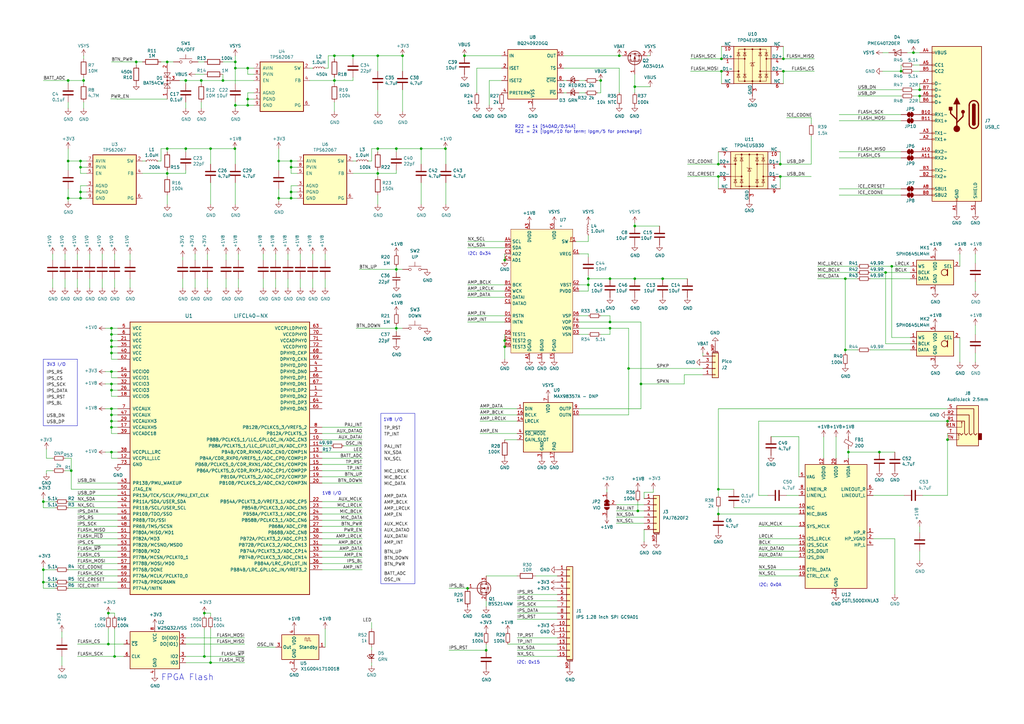
<source format=kicad_sch>
(kicad_sch (version 20231120) (generator "eeschema") (generator_version "8.0")
  (paper "A3")
  (junction (at 199.39 266.7))
  (junction (at 91.44 33.02))
  (junction (at 260.35 35.56))
  (junction (at 17.78 233.68))
  (junction (at 254 22.86))
  (junction (at 162.56 60.96))
  (junction (at 295.91 24.13))
  (junction (at 46.99 269.24) (diameter 0.9144))
  (junction (at 321.31 24.13))
  (junction (at 144.78 22.86))
  (junction (at 347.98 185.42))
  (junction (at 82.55 33.02))
  (junction (at 377.19 36.83))
  (junction (at 119.38 66.04))
  (junction (at 33.02 68.58))
  (junction (at 346.71 143.51))
  (junction (at 119.38 78.74))
  (junction (at 96.3343 60.96))
  (junction (at 101.6 27.94))
  (junction (at 45.72 170.18) (diameter 0.9144))
  (junction (at 45.72 160.02) (diameter 0.9144))
  (junction (at 68.58 60.96))
  (junction (at 83.82 251.46))
  (junction (at 191.77 241.3))
  (junction (at 377.19 39.37))
  (junction (at 294.64 200.66))
  (junction (at 250.19 134.62))
  (junction (at 250.19 132.08))
  (junction (at 86.36 60.96))
  (junction (at 83.82 269.24) (diameter 0.9144))
  (junction (at 165.1 22.86))
  (junction (at 182.6943 60.96))
  (junction (at 27.94 66.04))
  (junction (at 262.89 157.48))
  (junction (at 68.58 71.12))
  (junction (at 162.56 134.62))
  (junction (at 27.94 33.02))
  (junction (at 45.72 157.48) (diameter 0.9144))
  (junction (at 96.52 27.94))
  (junction (at 44.45 251.46))
  (junction (at 86.36 271.78) (diameter 0.9144))
  (junction (at 162.56 110.49))
  (junction (at 76.2 33.02))
  (junction (at 114.3 81.28))
  (junction (at 101.6 40.64))
  (junction (at 271.78 114.3))
  (junction (at 29.21 193.04))
  (junction (at 27.94 81.28))
  (junction (at 45.72 142.24) (diameter 0.9144))
  (junction (at 96.52 43.18))
  (junction (at 320.04 72.39))
  (junction (at 190.5 22.86))
  (junction (at 45.72 137.16) (diameter 0.9144))
  (junction (at 320.04 67.31))
  (junction (at 346.71 114.3))
  (junction (at 363.22 111.76))
  (junction (at 119.38 81.28))
  (junction (at 45.72 144.78) (diameter 0.9144))
  (junction (at 388.62 172.72))
  (junction (at 137.16 22.86))
  (junction (at 365.76 109.22))
  (junction (at 241.3 116.84))
  (junction (at 154.94 60.96))
  (junction (at 34.29 33.02))
  (junction (at 17.78 205.74))
  (junction (at 207.01 139.7))
  (junction (at 45.72 167.64) (diameter 0.9144))
  (junction (at 101.6 43.18))
  (junction (at 114.3 66.04))
  (junction (at 246.38 33.02))
  (junction (at 45.72 152.4) (diameter 0.9144))
  (junction (at 68.58 25.4))
  (junction (at 96.52 25.4))
  (junction (at 369.57 29.21))
  (junction (at 261.62 209.55))
  (junction (at 241.3 114.3))
  (junction (at 321.31 29.21))
  (junction (at 55.88 25.4))
  (junction (at 172.72 60.96))
  (junction (at 154.94 22.86))
  (junction (at 45.72 172.72) (diameter 0.9144))
  (junction (at 45.72 185.42) (diameter 0.9144))
  (junction (at 76.2 60.96))
  (junction (at 294.64 67.31))
  (junction (at 388.62 180.34))
  (junction (at 360.68 185.42))
  (junction (at 33.02 81.28))
  (junction (at 33.02 66.04))
  (junction (at 45.72 139.7) (diameter 0.9144))
  (junction (at 154.94 71.12))
  (junction (at 17.78 238.76))
  (junction (at 207.01 106.68))
  (junction (at 137.16 33.02))
  (junction (at 295.91 29.21))
  (junction (at 207.01 142.24))
  (junction (at 119.38 68.58))
  (junction (at 374.65 21.59))
  (junction (at 44.45 264.16) (diameter 0.9144))
  (junction (at 45.72 134.62) (diameter 0.9144))
  (junction (at 45.72 175.26) (diameter 0.9144))
  (junction (at 250.19 114.3))
  (junction (at 294.64 72.39))
  (junction (at 260.35 114.3))
  (junction (at 260.35 92.71))
  (junction (at 257.81 151.13))
  (junction (at 33.02 78.74))
  (junction (at 294.64 210.82))
  (wire (pts (xy 58.42 71.12) (xy 68.58 71.12)))
  (wire (pts (xy 132.08 213.36) (xy 148.59 213.36)))
  (wire (pts (xy 74.93 106.68) (xy 74.93 105.41)))
  (wire (pts (xy 344.17 77.47) (xy 369.57 77.47)))
  (wire (pts (xy 207.01 139.7) (xy 207.01 142.24)))
  (wire (pts (xy 19.05 187.96) (xy 19.05 184.15)))
  (wire (pts (xy 191.77 116.84) (xy 207.01 116.84)))
  (wire (pts (xy 367.03 220.98) (xy 367.03 243.84)))
  (wire (pts (xy 31.75 264.16) (xy 44.45 264.16)))
  (wire (pts (xy 152.4 271.78) (xy 152.4 273.05)))
  (wire (pts (xy 146.05 66.04) (xy 144.78 66.04)))
  (wire (pts (xy 96.52 83.82) (xy 96.52 74.93)))
  (wire (pts (xy 262.89 157.48) (xy 262.89 167.64)))
  (wire (pts (xy 182.6943 60.96) (xy 182.88 60.96)))
  (wire (pts (xy 19.05 193.04) (xy 21.59 193.04)))
  (wire (pts (xy 73.66 33.02) (xy 76.2 33.02)))
  (wire (pts (xy 400.05 119.38) (xy 400.05 115.57)))
  (wire (pts (xy 101.6 27.94) (xy 96.52 27.94)))
  (wire (pts (xy 64.77 66.04) (xy 66.04 66.04)))
  (wire (pts (xy 17.78 233.68) (xy 22.86 233.68)))
  (wire (pts (xy 68.58 80.01) (xy 68.58 83.82)))
  (wire (pts (xy 44.45 257.81) (xy 44.45 264.16)))
  (wire (pts (xy 261.62 205.74) (xy 261.62 209.55)))
  (wire (pts (xy 316.23 179.07) (xy 327.66 179.07)))
  (wire (pts (xy 96.52 34.29) (xy 96.52 27.94)))
  (wire (pts (xy 48.26 134.62) (xy 45.72 134.62)))
  (wire (pts (xy 76.2 269.24) (xy 83.82 269.24)))
  (wire (pts (xy 335.28 109.22) (xy 351.79 109.22)))
  (wire (pts (xy 144.78 22.86) (xy 154.94 22.86)))
  (wire (pts (xy 374.65 21.59) (xy 377.19 21.59)))
  (wire (pts (xy 35.56 81.28) (xy 33.02 81.28)))
  (wire (pts (xy 76.2 71.12) (xy 76.2 69.85)))
  (wire (pts (xy 17.78 233.68) (xy 17.78 232.41)))
  (wire (pts (xy 344.17 49.53) (xy 369.57 49.53)))
  (wire (pts (xy 237.49 132.08) (xy 250.19 132.08)))
  (wire (pts (xy 207.01 180.34) (xy 212.09 180.34)))
  (wire (pts (xy 97.79 118.11) (xy 97.79 114.3)))
  (wire (pts (xy 260.35 35.56) (xy 260.35 38.1)))
  (wire (pts (xy 237.49 33.02) (xy 240.03 33.02)))
  (wire (pts (xy 17.78 238.76) (xy 17.78 233.68)))
  (wire (pts (xy 162.56 60.96) (xy 172.72 60.96)))
  (wire (pts (xy 31.75 223.52) (xy 48.26 223.52)))
  (wire (pts (xy 127 33.02) (xy 137.16 33.02)))
  (wire (pts (xy 96.52 27.94) (xy 96.52 25.4)))
  (wire (pts (xy 45.72 175.26) (xy 45.72 172.72)))
  (wire (pts (xy 294.64 72.39) (xy 294.64 77.47)))
  (wire (pts (xy 31.75 213.36) (xy 48.26 213.36)))
  (wire (pts (xy 335.28 114.3) (xy 346.71 114.3)))
  (wire (pts (xy 91.44 25.4) (xy 96.52 25.4)))
  (wire (pts (xy 261.62 209.55) (xy 264.16 209.55)))
  (wire (pts (xy 294.64 210.82) (xy 294.64 208.28)))
  (wire (pts (xy 44.45 251.46) (xy 46.99 251.46)))
  (wire (pts (xy 46.99 118.11) (xy 46.99 114.3)))
  (wire (pts (xy 260.35 91.44) (xy 260.35 92.71)))
  (wire (pts (xy 250.19 134.62) (xy 257.81 134.62)))
  (wire (pts (xy 393.7 104.14) (xy 393.7 109.22)))
  (wire (pts (xy 46.99 251.46) (xy 46.99 252.73)))
  (wire (pts (xy 48.26 231.14) (xy 31.75 231.14)))
  (wire (pts (xy 237.49 134.62) (xy 250.19 134.62)))
  (wire (pts (xy 45.72 157.48) (xy 48.26 157.48)))
  (wire (pts (xy 283.21 29.21) (xy 295.91 29.21)))
  (wire (pts (xy 118.11 106.68) (xy 118.11 104.14)))
  (wire (pts (xy 114.3 81.28) (xy 114.3 82.55)))
  (wire (pts (xy 322.58 48.26) (xy 332.74 48.26)))
  (wire (pts (xy 104.14 30.48) (xy 101.6 30.48)))
  (wire (pts (xy 132.08 177.8) (xy 148.59 177.8)))
  (wire (pts (xy 96.52 41.91) (xy 96.52 43.18)))
  (wire (pts (xy 254 27.94) (xy 254 38.1)))
  (wire (pts (xy 76.2 60.96) (xy 86.36 60.96)))
  (wire (pts (xy 107.95 118.11) (xy 107.95 114.3)))
  (wire (pts (xy 212.09 248.92) (xy 228.6 248.92)))
  (wire (pts (xy 356.87 143.51) (xy 373.38 143.51)))
  (wire (pts (xy 27.94 77.47) (xy 27.94 81.28)))
  (wire (pts (xy 267.97 201.93) (xy 264.16 201.93)))
  (wire (pts (xy 207.01 137.16) (xy 207.01 139.7)))
  (wire (pts (xy 86.36 257.81) (xy 86.36 271.78)))
  (wire (pts (xy 363.22 140.97) (xy 363.22 111.76)))
  (wire (pts (xy 27.94 44.45) (xy 27.94 41.91)))
  (wire (pts (xy 33.02 78.74) (xy 33.02 81.28)))
  (wire (pts (xy 322.58 203.2) (xy 327.66 203.2)))
  (wire (pts (xy 147.32 110.49) (xy 162.56 110.49)))
  (wire (pts (xy 311.15 223.52) (xy 327.66 223.52)))
  (wire (pts (xy 80.01 106.68) (xy 80.01 104.14)))
  (wire (pts (xy 101.6 38.1) (xy 101.6 40.64)))
  (wire (pts (xy 31.75 269.24) (xy 46.99 269.24)))
  (wire (pts (xy 31.75 215.9) (xy 48.26 215.9)))
  (wire (pts (xy 137.16 24.13) (xy 137.16 22.86)))
  (wire (pts (xy 101.6 30.48) (xy 101.6 27.94)))
  (wire (pts (xy 195.58 38.1) (xy 195.58 27.94)))
  (wire (pts (xy 199.39 264.16) (xy 199.39 266.7)))
  (wire (pts (xy 250.19 132.08) (xy 262.89 132.08)))
  (wire (pts (xy 118.11 118.11) (xy 118.11 114.3)))
  (wire (pts (xy 154.94 62.23) (xy 154.94 60.96)))
  (wire (pts (xy 123.19 106.68) (xy 123.19 104.14)))
  (wire (pts (xy 212.09 254) (xy 228.6 254)))
  (wire (pts (xy 96.52 43.18) (xy 96.52 44.45)))
  (wire (pts (xy 76.2 261.62) (xy 100.33 261.62)))
  (wire (pts (xy 262.89 132.08) (xy 262.89 157.48)))
  (wire (pts (xy 264.16 201.93) (xy 264.16 204.47)))
  (wire (pts (xy 361.95 29.21) (xy 369.57 29.21)))
  (wire (pts (xy 19.05 193.04) (xy 19.05 194.31)))
  (wire (pts (xy 237.49 38.1) (xy 240.03 38.1)))
  (wire (pts (xy 132.08 193.04) (xy 148.59 193.04)))
  (wire (pts (xy 33.02 81.28) (xy 27.94 81.28)))
  (wire (pts (xy 132.08 210.82) (xy 148.59 210.82)))
  (wire (pts (xy 48.26 177.8) (xy 45.72 177.8)))
  (wire (pts (xy 241.3 114.3) (xy 250.19 114.3)))
  (wire (pts (xy 400.05 148.59) (xy 400.05 144.78)))
  (wire (pts (xy 132.08 205.74) (xy 148.59 205.74)))
  (wire (pts (xy 66.04 60.96) (xy 68.58 60.96)))
  (wire (pts (xy 41.91 118.11) (xy 41.91 114.3)))
  (wire (pts (xy 29.21 193.04) (xy 26.67 193.04)))
  (wire (pts (xy 377.19 229.87) (xy 377.19 226.06)))
  (wire (pts (xy 162.56 110.49) (xy 162.56 111.76)))
  (wire (pts (xy 45.72 154.94) (xy 45.72 152.4)))
  (wire (pts (xy 21.59 106.68) (xy 21.59 104.14)))
  (wire (pts (xy 154.94 60.96) (xy 162.56 60.96)))
  (wire (pts (xy 154.94 71.12) (xy 162.56 71.12)))
  (wire (pts (xy 367.03 220.98) (xy 358.14 220.98)))
  (wire (pts (xy 132.08 233.68) (xy 148.59 233.68)))
  (wire (pts (xy 104.14 38.1) (xy 101.6 38.1)))
  (wire (pts (xy 241.3 119.38) (xy 241.3 116.84)))
  (wire (pts (xy 121.92 66.04) (xy 119.38 66.04)))
  (wire (pts (xy 311.15 220.98) (xy 327.66 220.98)))
  (wire (pts (xy 250.19 137.16) (xy 250.19 134.62)))
  (wire (pts (xy 76.2 33.02) (xy 82.55 33.02)))
  (wire (pts (xy 250.19 114.3) (xy 260.35 114.3)))
  (wire (pts (xy 241.3 105.41) (xy 241.3 104.14)))
  (wire (pts (xy 254 22.86) (xy 255.27 22.86)))
  (wire (pts (xy 121.92 76.2) (xy 119.38 76.2)))
  (wire (pts (xy 25.4 273.05) (xy 25.4 269.24)))
  (wire (pts (xy 207.01 142.24) (xy 207.01 147.32)))
  (wire (pts (xy 191.77 132.08) (xy 207.01 132.08)))
  (wire (pts (xy 281.94 72.39) (xy 294.64 72.39)))
  (wire (pts (xy 246.38 129.54) (xy 250.19 129.54)))
  (wire (pts (xy 252.73 207.01) (xy 264.16 207.01)))
  (wire (pts (xy 346.71 144.78) (xy 346.71 143.51)))
  (wire (pts (xy 154.94 45.72) (xy 154.94 36.83)))
  (wire (pts (xy 260.35 114.3) (xy 271.78 114.3)))
  (wire (pts (xy 184.15 266.7) (xy 199.39 266.7)))
  (wire (pts (xy 231.14 22.86) (xy 254 22.86)))
  (wire (pts (xy 133.35 118.11) (xy 133.35 114.3)))
  (wire (pts (xy 134.62 22.86) (xy 137.16 22.86)))
  (wire (pts (xy 119.38 68.58) (xy 119.38 66.04)))
  (wire (pts (xy 260.35 35.56) (xy 266.7 35.56)))
  (wire (pts (xy 68.58 71.12) (xy 68.58 69.85)))
  (wire (pts (xy 154.94 22.86) (xy 165.1 22.86)))
  (wire (pts (xy 162.56 71.12) (xy 162.56 69.85)))
  (wire (pts (xy 231.14 38.1) (xy 232.41 38.1)))
  (wire (pts (xy 35.56 66.04) (xy 33.02 66.04)))
  (wire (pts (xy 196.85 172.72) (xy 212.09 172.72)))
  (wire (pts (xy 43.18 167.64) (xy 45.72 167.64)))
  (wire (pts (xy 17.78 208.28) (xy 17.78 205.74)))
  (wire (pts (xy 257.81 151.13) (xy 288.29 151.13)))
  (wire (pts (xy 295.91 29.21) (xy 295.91 34.29)))
  (wire (pts (xy 393.7 148.59) (xy 393.7 138.43)))
  (wire (pts (xy 182.88 67.31) (xy 182.88 60.96)))
  (wire (pts (xy 34.29 22.86) (xy 34.29 24.13)))
  (wire (pts (xy 17.78 238.76) (xy 22.86 238.76)))
  (wire (pts (xy 388.62 180.34) (xy 388.62 177.8)))
  (wire (pts (xy 48.26 147.32) (xy 45.72 147.32)))
  (wire (pts (xy 86.36 60.96) (xy 96.3343 60.96)))
  (wire (pts (xy 68.58 62.23) (xy 68.58 60.96)))
  (wire (pts (xy 29.21 200.66) (xy 48.26 200.66)))
  (wire (pts (xy 113.03 118.11) (xy 113.03 114.3)))
  (wire (pts (xy 132.08 226.06) (xy 148.59 226.06)))
  (wire (pts (xy 388.62 172.72) (xy 311.15 172.72)))
  (wire (pts (xy 184.15 241.3) (xy 191.77 241.3)))
  (wire (pts (xy 246.38 38.1) (xy 245.11 38.1)))
  (wire (pts (xy 27.94 208.28) (xy 48.26 208.28)))
  (wire (pts (xy 356.87 111.76) (xy 363.22 111.76)))
  (wire (pts (xy 48.0743 40.5895) (xy 45.3625 40.5895)))
  (wire (pts (xy 280.67 153.67) (xy 288.29 153.67)))
  (wire (pts (xy 68.58 60.96) (xy 76.2 60.96)))
  (wire (pts (xy 400.05 104.14) (xy 400.05 107.95)))
  (wire (pts (xy 342.9 179.07) (xy 342.9 187.96)))
  (wire (pts (xy 121.92 78.74) (xy 119.38 78.74)))
  (wire (pts (xy 154.94 80.01) (xy 154.94 83.82)))
  (wire (pts (xy 81.28 25.4) (xy 83.82 25.4)))
  (wire (pts (xy 321.31 19.05) (xy 321.31 24.13)))
  (wire (pts (xy 132.08 220.98) (xy 148.59 220.98)))
  (wire (pts (xy 55.88 25.4) (xy 55.88 26.67)))
  (wire (pts (xy 119.38 81.28) (xy 114.3 81.28)))
  (wire (pts (xy 34.29 31.75) (xy 34.29 33.02)))
  (wire (pts (xy 252.73 209.55) (xy 261.62 209.55)))
  (wire (pts (xy 195.58 27.94) (xy 205.74 27.94)))
  (wire (pts (xy 104.14 27.94) (xy 101.6 27.94)))
  (wire (pts (xy 294.64 167.64) (xy 388.62 167.64)))
  (wire (pts (xy 231.14 33.02) (xy 232.41 33.02)))
  (wire (pts (xy 48.26 241.3) (xy 27.94 241.3)))
  (wire (pts (xy 132.08 208.28) (xy 148.59 208.28)))
  (wire (pts (xy 66.04 25.4) (xy 68.58 25.4)))
  (wire (pts (xy 190.5 22.86) (xy 205.74 22.86)))
  (wire (pts (xy 237.49 137.16) (xy 241.3 137.16)))
  (wire (pts (xy 246.38 137.16) (xy 250.19 137.16)))
  (wire (pts (xy 17.78 241.3) (xy 22.86 241.3)))
  (wire (pts (xy 92.71 118.11) (xy 92.71 114.3)))
  (wire (pts (xy 351.79 143.51) (xy 346.71 143.51)))
  (wire (pts (xy 48.26 220.98) (xy 31.75 220.98)))
  (wire (pts (xy 344.17 62.23) (xy 369.57 62.23)))
  (wire (pts (xy 231.14 27.94) (xy 254 27.94)))
  (wire (pts (xy 377.19 34.29) (xy 377.19 36.83)))
  (wire (pts (xy 27.94 81.28) (xy 27.94 82.55)))
  (wire (pts (xy 237.49 116.84) (xy 241.3 116.84)))
  (wire (pts (xy 132.08 198.12) (xy 148.59 198.12)))
  (wire (pts (xy 45.72 139.7) (xy 45.72 137.16)))
  (wire (pts (xy 294.64 200.66) (xy 300.99 200.66)))
  (wire (pts (xy 48.26 170.18) (xy 45.72 170.18)))
  (wire (pts (xy 294.64 62.23) (xy 294.64 67.31)))
  (wire (pts (xy 294.64 203.2) (xy 294.64 200.66)))
  (wire (pts (xy 26.67 187.96) (xy 29.21 187.96)))
  (wire (pts (xy 388.62 172.72) (xy 388.62 175.26)))
  (wire (pts (xy 92.71 106.68) (xy 92.71 104.14)))
  (wire (pts (xy 144.78 71.12) (xy 154.94 71.12)))
  (wire (pts (xy 35.56 78.74) (xy 33.02 78.74)))
  (wire (pts (xy 26.67 118.11) (xy 26.67 114.3)))
  (wire (pts (xy 334.01 24.13) (xy 321.31 24.13)))
  (wire (pts (xy 96.52 67.31) (xy 96.52 60.96)))
  (wire (pts (xy 363.22 140.97) (xy 373.38 140.97)))
  (wire (pts (xy 356.87 114.3) (xy 373.38 114.3)))
  (wire (pts (xy 45.72 167.64) (xy 48.26 167.64)))
  (wire (pts (xy 132.08 228.6) (xy 148.59 228.6)))
  (wire (pts (xy 80.01 30.48) (xy 83.82 30.48)))
  (wire (pts (xy 48.26 187.96) (xy 45.72 187.96)))
  (wire (pts (xy 27.94 238.76) (xy 48.26 238.76)))
  (wire (pts (xy 31.75 203.2) (xy 48.26 203.2)))
  (wire (pts (xy 105.41 265.43) (xy 113.03 265.43)))
  (wire (pts (xy 44.45 264.16) (xy 50.8 264.16)))
  (wire (pts (xy 48.0743 40.64) (xy 68.58 40.64)))
  (wire (pts (xy 45.72 147.32) (xy 45.72 144.78)))
  (wire (pts (xy 48.26 172.72) (xy 45.72 172.72)))
  (wire (pts (xy 351.79 39.37) (xy 369.57 39.37)))
  (wire (pts (xy 281.94 67.31) (xy 294.64 67.31)))
  (wire (pts (xy 137.16 41.91) (xy 137.16 45.72)))
  (wire (pts (xy 374.65 26.67) (xy 377.19 26.67)))
  (wire (pts (xy 17.78 33.02) (xy 27.94 33.02)))
  (wire (pts (xy 208.28 264.16) (xy 228.6 264.16)))
  (wire (pts (xy 45.72 172.72) (xy 45.72 170.18)))
  (wire (pts (xy 27.94 69.85) (xy 27.94 66.04)))
  (wire (pts (xy 33.02 71.12) (xy 33.02 68.58)))
  (wire (pts (xy 133.35 27.94) (xy 134.62 27.94)))
  (wire (pts (xy 137.16 22.86) (xy 144.78 22.86)))
  (wire (pts (xy 53.34 118.11) (xy 53.34 114.3)))
  (wire (pts (xy 132.08 180.34) (xy 148.59 180.34)))
  (wire (pts (xy 252.73 214.63) (xy 264.16 214.63)))
  (wire (pts (xy 288.29 144.78) (xy 288.29 146.05)))
  (wire (pts (xy 199.39 236.22) (xy 212.09 236.22)))
  (wire (pts (xy 262.89 157.48) (xy 280.67 157.48)))
  (wire (pts (xy 374.65 36.83) (xy 377.19 36.83)))
  (wire (pts (xy 48.26 152.4) (xy 45.72 152.4)))
  (wire (pts (xy 196.85 177.8) (xy 212.09 177.8)))
  (wire (pts (xy 378.46 203.2) (xy 388.62 203.2)))
  (wire (pts (xy 114.3 77.47) (xy 114.3 81.28)))
  (wire (pts (xy 280.67 157.48) (xy 280.67 153.67)))
  (wire (pts (xy 152.4 265.43) (xy 152.4 266.7)))
  (wire (pts (xy 311.15 228.6) (xy 327.66 228.6)))
  (wire (pts (xy 152.4 60.96) (xy 154.94 60.96)))
  (wire (pts (xy 377.19 218.44) (xy 377.19 215.9)))
  (wire (pts (xy 74.93 118.11) (xy 74.93 114.3)))
  (wire (pts (xy 241.3 114.3) (xy 241.3 113.03)))
  (wire (pts (xy 48.26 175.26) (xy 45.72 175.26)))
  (wire (pts (xy 154.94 72.39) (xy 154.94 71.12)))
  (wire (pts (xy 46.99 269.24) (xy 50.8 269.24)))
  (wire (pts (xy 119.38 76.2) (xy 119.38 78.74)))
  (wire (pts (xy 267.97 200.66) (xy 267.97 201.93)))
  (wire (pts (xy 260.35 92.71) (xy 270.51 92.71)))
  (wire (pts (xy 191.77 99.06) (xy 207.01 99.06)))
  (wire (pts (xy 45.72 152.4) (xy 43.18 152.4)))
  (wire (pts (xy 311.15 226.06) (xy 327.66 226.06)))
  (wire (pts (xy 320.04 72.39) (xy 320.04 77.47)))
  (wire (pts (xy 151.13 66.04) (xy 152.4 66.04)))
  (wire (pts (xy 200.66 33.02) (xy 205.74 33.02)))
  (wire (pts (xy 82.55 33.02) (xy 91.44 33.02)))
  (wire (pts (xy 320.04 72.39) (xy 332.74 72.39)))
  (wire (pts (xy 17.78 241.3) (xy 17.78 238.76)))
  (wire (pts (xy 311.15 203.2) (xy 314.96 203.2)))
  (wire (pts (xy 152.4 66.04) (xy 152.4 60.96)))
  (wire (pts (xy 212.09 269.24) (xy 228.6 269.24)))
  (wire (pts (xy 162.56 109.22) (xy 162.56 110.49)))
  (wire (pts (xy 48.26 162.56) (xy 45.72 162.56)))
  (wire (pts (xy 119.38 78.74) (xy 119.38 81.28)))
  (wire (pts (xy 43.18 157.48) (xy 45.72 157.48)))
  (wire (pts (xy 27.94 205.74) (xy 48.26 205.74)))
  (wire (pts (xy 172.72 67.31) (xy 172.72 60.96)))
  (wire (pts (xy 311.15 215.9) (xy 327.66 215.9)))
  (wire (pts (xy 86.36 67.31) (xy 86.36 60.96)))
  (wire (pts (xy 207.01 104.14) (xy 207.01 106.68)))
  (wire (pts (xy 257.81 151.13) (xy 257.81 170.18)))
  (wire (pts (xy 113.03 106.68) (xy 113.03 104.14)))
  (wire (pts (xy 48.26 154.94) (xy 45.72 154.94)))
  (wire (pts (xy 311.15 172.72) (xy 311.15 203.2)))
  (wire (pts (xy 241.3 99.06) (xy 236.22 99.06)))
  (wire (pts (xy 344.17 64.77) (xy 369.57 64.77)))
  (wire (pts (xy 119.38 71.12) (xy 119.38 68.58)))
  (wire (pts (xy 132.08 223.52) (xy 148.59 223.52)))
  (wire (pts (xy 48.26 218.44) (xy 31.75 218.44)))
  (wire (pts (xy 76.2 62.23) (xy 76.2 60.96)))
  (wire (pts (xy 365.76 138.43) (xy 373.38 138.43)))
  (wire (pts (xy 91.44 30.48) (xy 91.44 33.02)))
  (wire (pts (xy 68.58 72.39) (xy 68.58 71.12)))
  (wire (pts (xy 45.72 160.02) (xy 45.72 157.48)))
  (wire (pts (xy 53.34 106.68) (xy 53.34 104.14)))
  (wire (pts (xy 369.57 26.67) (xy 369.57 29.21)))
  (wire (pts (xy 45.72 170.18) (xy 45.72 167.64)))
  (wire (pts (xy 241.3 116.84) (xy 241.3 114.3)))
  (wire (pts (xy 114.3 60.96) (xy 114.3 66.04)))
  (wire (pts (xy 45.72 185.42) (xy 43.18 185.42)))
  (wire (pts (xy 212.09 243.84) (xy 228.6 243.84)))
  (wire (pts (xy 85.09 118.11) (xy 85.09 114.3)))
  (wire (pts (xy 45.72 25.4) (xy 55.88 25.4)))
  (wire (pts (xy 257.81 134.62) (xy 257.81 151.13)))
  (wire (pts (xy 121.92 71.12) (xy 119.38 71.12)))
  (wire (pts (xy 137.16 33.02) (xy 137.16 31.75)))
  (wire (pts (xy 347.98 184.15) (xy 347.98 185.42)))
  (wire (pts (xy 121.92 68.58) (xy 119.38 68.58)))
  (wire (pts (xy 35.56 68.58) (xy 33.02 68.58)))
  (wire (pts (xy 76.2 264.16) (xy 100.33 264.16)))
  (wire (pts (xy 46.99 257.81) (xy 46.99 269.24)))
  (wire (pts (xy 332.74 67.31) (xy 332.74 55.88)))
  (wire (pts (xy 374.65 29.21) (xy 377.19 29.21)))
  (wire (pts (xy 134.62 27.94) (xy 134.62 22.86)))
  (wire (pts (xy 17.78 208.28) (xy 22.86 208.28)))
  (wire (pts (xy 165.1 45.72) (xy 165.1 36.83)))
  (wire (pts (xy 34.29 41.91) (xy 34.29 44.45)))
  (wire (pts (xy 29.21 187.96) (xy 29.21 193.04)))
  (wire (pts (xy 144.78 24.13) (xy 144.78 22.86)))
  (wire (pts (xy 361.95 21.59) (xy 364.49 21.59)))
  (wire (pts (xy 45.72 134.62) (xy 43.18 134.62)))
  (wire (pts (xy 83.82 257.81) (xy 83.82 269.24)))
  (wire (pts (xy 27.94 33.02) (xy 27.94 34.29)))
  (wire (pts (xy 146.05 134.62) (xy 162.56 134.62)))
  (wire (pts (xy 356.87 109.22) (xy 365.76 109.22)))
  (wire (pts (xy 321.31 29.21) (xy 321.31 34.29)))
  (wire (pts (xy 346.71 114.3) (xy 351.79 114.3)))
  (wire (pts (xy 137.16 33.02) (xy 144.78 33.02)))
  (wire (pts (xy 85.09 106.68) (xy 85.09 104.14)))
  (wire (pts (xy 347.98 185.42) (xy 360.68 185.42)))
  (wire (pts (xy 154.94 71.12) (xy 154.94 69.85)))
  (wire (pts (xy 66.04 66.04) (xy 66.04 60.96)))
  (wire (pts (xy 237.49 119.38) (xy 241.3 119.38)))
  (wire (pts (xy 133.35 257.81) (xy 133.35 265.43)))
  (wire (pts (xy 360.68 185.42) (xy 367.03 185.42)))
  (wire (pts (xy 294.64 210.82) (xy 327.66 210.82)))
  (wire (pts (xy 337.82 179.07) (xy 337.82 187.96)))
  (wire (pts (xy 35.56 71.12) (xy 33.02 71.12)))
  (wire (pts (xy 358.14 203.2) (xy 370.84 203.2)))
  (wire (pts (xy 86.36 271.78) (xy 100.33 271.78)))
  (wire (pts (xy 246.38 33.02) (xy 245.11 33.02)))
  (wire (pts (xy 320.04 62.23) (xy 320.04 67.31)))
  (wire (pts (xy 347.98 185.42) (xy 347.98 187.96)))
  (wire (pts (xy 33.02 66.04) (xy 27.94 66.04)))
  (wire (pts (xy 48.26 185.42) (xy 45.72 185.42)))
  (wire (pts (xy 344.17 46.99) (xy 369.57 46.99)))
  (wire (pts (xy 71.12 25.4) (xy 68.58 25.4)))
  (wire (pts (xy 45.72 144.78) (xy 45.72 142.24)))
  (wire (pts (xy 283.21 24.13) (xy 295.91 24.13)))
  (wire (pts (xy 271.78 114.3) (xy 281.94 114.3)))
  (wire (pts (xy 212.09 246.38) (xy 228.6 246.38)))
  (wire (pts (xy 83.82 269.24) (xy 100.33 269.24)))
  (wire (pts (xy 45.72 187.96) (xy 45.72 185.42)))
  (wire (pts (xy 132.08 218.44) (xy 148.59 218.44)))
  (wire (pts (xy 191.77 129.54) (xy 207.01 129.54)))
  (wire (pts (xy 21.59 187.96) (xy 19.05 187.96)))
  (wire (pts (xy 212.09 261.62) (xy 228.6 261.62)))
  (wire (pts (xy 48.26 228.6) (xy 31.75 228.6)))
  (wire (pts (xy 260.35 30.48) (xy 260.35 35.56)))
  (wire (pts (xy 101.6 40.64) (xy 101.6 43.18)))
  (wire (pts (xy 17.78 204.47) (xy 17.78 205.74)))
  (wire (pts (xy 91.44 33.02) (xy 104.14 33.02)))
  (wire (pts (xy 55.88 25.4) (xy 58.42 25.4)))
  (wire (pts (xy 152.4 255.27) (xy 152.4 257.81)))
  (wire (pts (xy 346.71 143.51) (xy 346.71 114.3)))
  (wire (pts (xy 191.77 101.6) (xy 207.01 101.6)))
  (wire (pts (xy 48.26 236.22) (xy 31.75 236.22)))
  (wire (pts (xy 34.29 33.02) (xy 34.29 34.29)))
  (wire (pts (xy 351.79 36.83) (xy 369.57 36.83)))
  (wire (pts (xy 128.27 27.94) (xy 127 27.94)))
  (wire (pts (xy 264.16 217.17) (xy 264.16 222.25)))
  (wire (pts (xy 154.94 29.21) (xy 154.94 22.86)))
  (wire (pts (xy 172.72 60.96) (xy 182.6943 60.96)))
  (wire (pts (xy 162.56 134.62) (xy 162.56 135.89)))
  (wire (pts (xy 45.72 142.24) (xy 45.72 139.7)))
  (wire (pts (xy 162.56 110.49) (xy 165.1 110.49)))
  (wire (pts (xy 162.56 133.35) (xy 162.56 134.62)))
  (wire (pts (xy 97.79 106.68) (xy 97.79 104.14)))
  (wire (pts (xy 248.92 200.66) (xy 248.92 201.93)))
  (wire (pts (xy 45.72 177.8) (xy 45.72 175.26)))
  (wire (pts (xy 172.72 83.82) (xy 172.72 74.93)))
  (wire (pts (xy 82.55 34.29) (xy 82.55 33.02)))
  (wire (pts (xy 86.36 83.82) (xy 86.36 74.93)))
  (wire (pts (xy 76.2 34.29) (xy 76.2 33.02)))
  (wire (pts (xy 46.99 106.68) (xy 46.99 104.14)))
  (wire (pts (xy 377.19 39.37) (xy 377.19 41.91)))
  (wire (pts (xy 294.64 200.66) (xy 294.64 167.64)))
  (wire (pts (xy 252.73 212.09) (xy 264.16 212.09)))
  (wire (pts (xy 33.02 68.58) (xy 33.02 66.04)))
  (wire (pts (xy 237.49 170.18) (xy 257.81 170.18)))
  (wire (pts (xy 182.88 83.82) (xy 182.88 74.93)))
  (wire (pts (xy 162.56 62.23) (xy 162.56 60.96)))
  (wire (pts (xy 265.43 22.86) (xy 266.7 22.86)))
  (wire (pts (xy 196.85 170.18) (xy 212.09 170.18)))
  (wire (pts (xy 31.75 198.12) (xy 48.26 198.12)))
  (wire (pts (xy 165.1 29.21) (xy 165.1 22.86)))
  (wire (pts (xy 107.95 106.68) (xy 107.95 104.14)))
  (wire (pts (xy 199.39 246.38) (xy 199.39 248.92)))
  (wire (pts (xy 335.28 111.76) (xy 351.79 111.76)))
  (wire (pts (xy 246.38 33.02) (xy 246.38 38.1)))
  (wire (pts (xy 44.45 252.73) (xy 44.45 251.46)))
  (wire (pts (xy 237.49 129.54) (xy 241.3 129.54)))
  (wire (pts (xy 48.26 144.78) (xy 45.72 144.78)))
  (wire (pts (xy 132.08 231.14) (xy 148.59 231.14)))
  (wire (pts (xy 31.75 118.11) (xy 31.75 114.3)))
  (wire (pts (xy 162.56 134.62) (xy 165.1 134.62)))
  (wire (pts (xy 76.2 44.45) (xy 76.2 41.91)))
  (wire (pts (xy 45.72 162.56) (xy 45.72 160.02)))
  (wire (pts (xy 45.72 137.16) (xy 45.72 134.62)))
  (wire (pts (xy 27.94 33.02) (xy 34.29 33.02)))
  (wire (pts (xy 17.78 205.74) (xy 22.86 205.74)))
  (wire (pts (xy 311.15 236.22) (xy 327.66 236.22)))
  (wire (pts (xy 241.3 104.14) (xy 237.49 104.14)))
  (wire (pts (xy 80.01 118.11) (xy 80.01 114.3)))
  (wire (pts (xy 200.66 43.18) (xy 200.66 33.02)))
  (wire (pts (xy 128.27 118.11) (xy 128.27 114.3)))
  (wire (pts (xy 321.31 29.21) (xy 334.01 29.21)))
  (wire (pts (xy 104.14 40.64) (xy 101.6 40.64)))
  (wire (pts (xy 48.26 142.24) (xy 45.72 142.24)))
  (wire (pts (xy 82.55 41.91) (xy 82.55 44.45)))
  (wire (pts (xy 33.02 76.2) (xy 33.02 78.74)))
  (wire (pts (xy 83.82 251.46) (xy 86.36 251.46)))
  (wire (pts (xy 27.94 60.96) (xy 27.94 66.04)))
  (wire (pts (xy 36.83 106.68) (xy 36.83 104.14)))
  (wire (pts (xy 374.65 39.37) (xy 377.19 39.37)))
  (wire (pts (xy 132.08 195.58) (xy 148.59 195.58)))
  (wire (pts (xy 59.69 66.04) (xy 58.42 66.04)))
  (wire (pts (xy 96.52 25.4) (xy 96.52 22.86)))
  (wire (pts (xy 121.92 81.28) (xy 119.38 81.28)))
  (wire (pts (xy 132.08 182.88) (xy 135.89 182.88)))
  (wire (pts (xy 119.38 66.04) (xy 114.3 66.04)))
  (wire (pts (xy 48.26 139.7) (xy 45.72 139.7)))
  (wire (pts (xy 365.76 109.22) (xy 373.38 109.22)))
  (wire (pts (xy 365.76 138.43) (xy 365.76 109.22)))
  (wire (pts (xy 300.99 208.28) (xy 327.66 208.28)))
  (wire (pts (xy 388.62 203.2) (xy 388.62 180.34)))
  (wire (pts (xy 25.4 261.62) (xy 25.4 259.08)))
  (wire (pts (xy 212.09 266.7) (xy 228.6 266.7)))
  (wire (pts (xy 27.94 233.68) (xy 48.26 233.68)))
  (wire (pts (xy 191.77 119.38) (xy 207.01 119.38)))
  (wire (pts (xy 344.17 80.01) (xy 369.57 80.01)))
  (wire (pts (xy 332.74 48.26) (xy 332.74 50.8)))
  (wire (pts (xy 48.0743 40.5895) (xy 48.0743 40.64)))
  (wire (pts (xy 36.83 118.11) (xy 36.83 114.3)))
  (wire (pts (xy 48.26 160.02) (xy 45.72 160.02)))
  (wire (pts (xy 191.77 121.92) (xy 207.01 121.92)))
  (wire (pts (xy 241.3 96.52) (xy 241.3 99.06)))
  (wire (pts (xy 101.6 43.18) (xy 96.52 43.18)))
  (wire (pts (xy 41.91 106.68) (xy 41.91 104.14)))
  (wire (pts (xy 332.74 67.31) (xy 320.04 67.31)))
  (wire (pts (xy 250.19 129.54) (xy 250.19 132.08)))
  (wire (pts (xy 132.08 185.42) (xy 148.59 185.42)))
  (wire (pts (xy 132.08 190.5) (xy 148.59 190.5)))
  (wire (pts (xy 327.66 179.07) (xy 327.66 195.58)))
  (wire (pts (xy 140.97 182.88) (xy 148.59 182.88)))
  (wire (pts (xy 132.08 175.26) (xy 148.59 175.26)))
  (wire (pts (xy 212.09 251.46) (xy 228.6 251.46)))
  (wire (pts (xy 21.59 118.11) (xy 21.59 114.3)))
  (wire (pts (xy 76.2 271.78) (xy 86.36 271.78)))
  (wire (pts (xy 104.14 43.18) (xy 101.6 43.18)))
  (wire (pts (xy 128.27 106.68) (xy 128.27 104.14)))
  (wire (pts (xy 26.67 106.68) (xy 26.67 104.14)))
  (wire (pts (xy 372.11 21.59) (xy 374.65 21.59)))
  (wire (pts (xy 137.16 34.29) (xy 137.16 33.02)))
  (wire (pts (xy 48.26 226.06) (xy 31.75 226.06)))
  (wire (pts (xy 29.21 193.04) (xy 29.21 200.66)))
  (wire (pts (xy 132.08 187.96) (xy 148.59 187.96)))
  (wire (pts (xy 219.71 236.22) (xy 228.6 236.22)))
  (wire (pts (xy 133.35 106.68) (xy 133.35 104.14)))
  (wire (pts (xy 295.91 19.05) (xy 295.91 24.13)))
  (wire (pts (xy 48.26 137.16) (xy 45.72 137.16)))
  (wire (pts (xy 96.3343 60.96) (xy 96.52 60.96)))
  (wire (pts (xy 35.56 76.2) (xy 33.02 76.2)))
  (wire (pts (xy 400.05 133.35) (xy 400.05 137.16)))
  (wire (pts (xy 237.49 167.64) (xy 262.89 167.64)))
  (wire (pts (xy 123.19 118.11) (xy 123.19 114.3)))
  (wire (pts (xy 144.78 33.02) (xy 144.78 31.75)))
  (wire (pts (xy 31.75 106.68) (xy 31.75 104.14)))
  (wire (pts (xy 31.75 210.82) (xy 48.26 210.82)))
  (wire (pts (xy 83.82 251.46) (xy 83.82 252.73)))
  (wire (pts (xy 86.36 251.46) (xy 86.36 252.73)))
  (wire (pts (xy 114.3 69.85) (xy 114.3 66.04)))
  (wire (pts (xy 311.15 233.68) (xy 327.66 233.68)))
  (wire (pts (xy 132.08 215.9) (xy 148.59 215.9)))
  (wire (pts (xy 68.58 71.12) (xy 76.2 71.12)))
  (wire (pts (xy 363.22 111.76) (xy 373.38 111.76)))
  (wire (pts (xy 196.85 167.64) (xy 212.09 167.64)))
  (rectangle (start 156.21 169.545) (end 170.18 239.395))
  (rectangle (start 17.78 147.32) (end 31.75 174.625))
  (text "I2C: 0x15" (at 221.488 271.78 0) (effects (font (size 1.27 1.27)) (justify right)))
  (text "I2C: 0x34" (at 201.422 104.14 0) (effects (font (size 1.27 1.27)) (justify right)))
  (text "1V8 I/O" (at 157.226 172.974 0) (effects (font (size 1.27 1.27)) (justify left bottom)))
  (text "R22 = 1k [540AΩ/0.54A]\nR21 = 2k [Ipgm/10 for term; Ipgm/5 for precharge]" (at 211.074 53.086 0) (effects (font (size 1.27 1.27)) (justify left)))
  (text "FPGA Flash" (at 66.04 279.4 0) (effects (font (size 2.54 2.54)) (justify left bottom)))
  (text "I2C: 0x0A\n" (at 320.548 240.03 0) (effects (font (size 1.27 1.27)) (justify right)))
  (text "1V8 I/O" (at 132.08 203.2 0) (effects (font (size 1.27 1.27)) (justify left bottom)))
  (text "3V3 I/O" (at 19.05 150.368 0) (effects (font (size 1.27 1.27)) (justify left bottom)))
  (label "IPS_DATA" (at 19.05 161.29 0))
  (label "TP_INT" (at 212.09 264.16 0))
  (label "AMP_BCLK" (at 157.48 207.01 0))
  (label "FLASH_~{WP}" (at 31.75 226.06 0))
  (label "AMP_EN" (at 196.85 177.8 0))
  (label "IPS_CS" (at 212.09 246.38 0))
  (label "FLASH_CS" (at 31.75 228.6 0))
  (label "MIC_DATA" (at 157.48 199.39 0))
  (label "IPS_BL" (at 19.05 166.37 0))
  (label "AMP_DATA" (at 148.59 226.06 180))
  (label "LED" (at 148.59 185.42 180))
  (label "BTN_DOWN" (at 148.59 198.12 180))
  (label "TP_RST" (at 212.09 261.62 0))
  (label "NX_SCL" (at 212.09 269.24 0))
  (label "FLASH_SCK" (at 283.21 24.13 0))
  (label "NX_SDA" (at 157.48 186.69 0))
  (label "OSC_IN" (at 157.48 238.76 0))
  (label "FLASH_MISO" (at 351.79 62.23 0))
  (label "AUX_DATAI" (at 311.15 228.6 0))
  (label "IPS_CS" (at 19.05 156.21 0))
  (label "SPKP" (at 269.24 151.13 0))
  (label "IPS_SCK" (at 212.09 248.92 0))
  (label "FLASH_MISO" (at 31.75 218.44 0))
  (label "FLASH_MISO" (at 100.33 264.16 180))
  (label "AMP_LRCLK" (at 157.48 209.55 0))
  (label "FLASH_CS" (at 351.79 64.77 0))
  (label "BTN_UP" (at 157.48 227.33 0))
  (label "AMP_EN" (at 157.48 212.09 0))
  (label "PWR_EN" (at 45.3625 40.5895 0))
  (label "FLASH_SCK" (at 31.75 236.22 0))
  (label "BTN_DOWN" (at 157.48 229.87 0))
  (label "BTN_UP" (at 148.59 195.58 180))
  (label "FLASH_SCK" (at 31.75 269.24 0))
  (label "USB_DN" (at 19.05 171.45 0))
  (label "FLASH_MOSI" (at 100.33 261.62 180))
  (label "BTN_PWR" (at 157.48 232.41 0))
  (label "IPS_RST" (at 19.05 163.83 0))
  (label "IPS_DATA" (at 31.75 210.82 0))
  (label "MIC_BCLK" (at 157.48 196.85 0))
  (label "FLASH_CS" (at 334.01 29.21 180))
  (label "TP_RST" (at 148.59 190.5 180))
  (label "MIC_DATA" (at 148.59 213.36 180))
  (label "IPS_SCK" (at 31.75 215.9 0))
  (label "PAJ_INT" (at 148.59 175.26 180))
  (label "BTN_UP" (at 147.32 110.49 0))
  (label "NX_SCL" (at 191.77 99.06 0))
  (label "AMP_BCLK" (at 191.77 116.84 0))
  (label "NX_SCL" (at 252.73 214.63 0))
  (label "NX_SDA" (at 311.15 233.68 0))
  (label "USB_DP" (at 351.79 39.37 0))
  (label "BTN_PWR" (at 148.59 215.9 180))
  (label "iCE_CRESET" (at 31.75 238.76 0))
  (label "MIC_LRCLK" (at 157.48 194.31 0))
  (label "IPS_RS" (at 212.09 243.84 0))
  (label "LRCLK" (at 367.03 109.22 0))
  (label "iCE_CDONE" (at 322.58 48.26 0))
  (label "PAJ_INT" (at 252.73 209.55 0))
  (label "AMP_DATA" (at 191.77 121.92 0))
  (label "PWR_EN" (at 148.59 218.44 180))
  (label "AMP_INT" (at 191.77 132.08 0))
  (label "TP_INT" (at 148.59 193.04 180))
  (label "USB_DN" (at 31.75 198.12 0))
  (label "MIC_LRCLK" (at 335.28 109.22 0))
  (label "USB_DN" (at 322.58 72.39 0))
  (label "AMP_INT" (at 148.59 233.68 180))
  (label "FLASH_MOSI" (at 351.79 49.53 0))
  (label "FLASH_~{HLD}" (at 31.75 220.98 0))
  (label "USB_DP" (at 31.75 203.2 0))
  (label "iCE_CDONE" (at 281.94 67.31 0))
  (label "NX_SDA" (at 31.75 205.74 0))
  (label "AMP_BCLK" (at 196.85 170.18 0))
  (label "AUX_DATAO" (at 148.59 177.8 180))
  (label "SPKN" (at 269.24 157.48 0))
  (label "AUX_DATAI" (at 148.59 180.34 180))
  (label "NX_SCL" (at 157.48 189.23 0))
  (label "OSC_IN" (at 105.41 265.43 0))
  (label "AMP_DATA" (at 157.48 204.47 0))
  (label "IPS_BL" (at 142.24 231.14 0))
  (label "FLASH_CS" (at 31.75 264.16 0))
  (label "AUX_MCLK" (at 311.15 215.9 0))
  (label "USB_DP" (at 322.58 67.31 0))
  (label "AUX_DATAO" (at 311.15 226.06 0))
  (label "FLASH_~{WP}" (at 100.33 269.24 180))
  (label "AUX_DATAI" (at 157.48 220.98 0))
  (label "AUX_MCLK" (at 157.48 215.9 0))
  (label "MIC_DATA" (at 335.28 114.3 0))
  (label "NX_SDA" (at 252.73 212.09 0))
  (label "TP_INT" (at 157.48 179.07 0))
  (label "iCE_CRESET" (at 351.79 77.47 0))
  (label "PAJ_INT" (at 157.48 184.15 0))
  (label "BTN_PWR" (at 45.72 25.4 0))
  (label "BTN_DOWN" (at 146.05 134.62 0))
  (label "IPS_DATA" (at 212.09 251.46 0))
  (label "FLASH_MISO" (at 334.01 24.13 180))
  (label "USB_DN" (at 351.79 36.83 0))
  (label "BATT_ADC" (at 157.48 236.22 0))
  (label "AMP_LRCLK" (at 148.59 220.98 180))
  (label "BCLK" (at 367.03 111.76 0))
  (label "IPS_RST" (at 184.15 266.7 0))
  (label "IPS_CS" (at 31.75 223.52 0))
  (label "AMP_EN" (at 191.77 129.54 0))
  (label "AMP_LRCLK" (at 191.77 119.38 0))
  (label "TP_RST" (at 157.48 176.53 0))
  (label "iCE_CDONE" (at 351.79 80.01 0))
  (label "iCE_CRESET" (at 281.94 72.39 0))
  (label "BATT_ADC" (at 17.78 33.02 0))
  (label "NX_SDA" (at 212.09 266.7 0))
  (label "AMP_DATA" (at 196.85 167.64 0))
  (label "MIC_BCLK" (at 335.28 111.76 0))
  (label "LRCLK" (at 311.15 220.98 0))
  (label "FLASH_MOSI" (at 31.75 231.14 0))
  (label "USB_DP" (at 19.05 173.99 0))
  (label "IPS_RST" (at 212.09 254 0))
  (label "AMP_EN" (at 148.59 228.6 180))
  (label "MIC_BCLK" (at 148.59 210.82 180))
  (label "FLASH_SCK" (at 351.79 46.99 0))
  (label "OSC_IN" (at 148.59 182.88 180))
  (label "NX_SDA" (at 191.77 101.6 0))
  (label "IPS_BL" (at 184.15 241.3 0))
  (label "BCLK" (at 311.15 223.52 0))
  (label "FLASH_~{HLD}" (at 100.33 271.78 180))
  (label "iCE_CDONE" (at 31.75 233.68 0))
  (label "AMP_BCLK" (at 148.59 223.52 180))
  (label "NX_SCL" (at 311.15 236.22 0))
  (label "IPS_SCK" (at 19.05 158.75 0))
  (label "IPS_RS" (at 31.75 213.36 0))
  (label "LED" (at 152.4 255.27 180))
  (label "BATT_ADC" (at 148.59 187.96 180))
  (label "iCE_CINIT" (at 31.75 241.3 0))
  (label "MIC_LRCLK" (at 148.59 208.28 180))
  (label "IPS_RS" (at 19.05 153.67 0))
  (label "FLASH_MOSI" (at 283.21 29.21 0))
  (label "AUX_MCLK" (at 148.59 205.74 180))
  (label "AMP_INT" (at 157.48 223.52 0))
  (label "NX_SCL" (at 31.75 208.28 0))
  (label "AMP_LRCLK" (at 196.85 172.72 0))
  (label "AUX_DATAO" (at 157.48 218.44 0))
  (symbol (lib_id "power:+1V0") (at 53.34 104.14 0) (unit 1)
    (property "Reference" "#PWR033" (effects (hide yes)))
    (property "Value" "+1V0" (at 52.07 99.06 90))
    (property "Description" "Power symbol creates a global label with name \"+1V0\"" (effects (hide yes)))
  )
  (symbol (lib_id "power:GND") (at 27.94 44.45 0) (unit 1)
    (property "Reference" "#PWR011" (effects (hide yes)))
    (property "Value" "GND" (at 28.067 48.9204 0))
    (property "Description" "Power symbol creates a global label with name \"GND\" , ground" (effects (hide yes)))
  )
  (symbol (lib_id "Device:C") (at 133.35 110.49 0) (unit 1)
    (property "Reference" "C32" (effects (hide yes)))
    (property "Value" "0.1uF" (effects (hide yes)))
    (property "Footprint" "Capacitor_SMD:C_0402_1005Metric" (effects (hide yes)))
    (property "Description" "Unpolarized capacitor" (effects (hide yes)))
  )
  (symbol (lib_id "power:+1V8") (at 96.3343 60.96 0) (unit 1)
    (property "Reference" "#PWR074" (effects (hide yes)))
    (property "Value" "+1V8" (at 93.7943 56.896 0) (effects (justify left)))
    (property "Description" "Power symbol creates a global label with name \"+1V8\"" (effects (hide yes)))
  )
  (symbol (lib_id "Device:C") (at 144.78 27.94 0) (unit 1)
    (property "Reference" "C34" (at 147.701 26.7716 0) (effects (justify left)))
    (property "Value" "22pF" (at 147.701 29.083 0) (effects (justify left)))
    (property "Footprint" "Capacitor_SMD:C_0402_1005Metric" (effects (hide yes)))
    (property "Description" "Unpolarized capacitor" (effects (hide yes)))
    (property "PN" "CL05C220JB5NNNC" (effects (hide yes)))
  )
  (symbol (lib_id "Device:C") (at 27.94 38.1 0) (unit 1)
    (property "Reference" "C4" (at 21.336 38.608 0) (effects (justify left)))
    (property "Value" "0.1uF" (at 21.336 40.894 0) (effects (justify left)))
    (property "Footprint" "Capacitor_SMD:C_0402_1005Metric" (effects (hide yes)))
    (property "Description" "Unpolarized capacitor" (effects (hide yes)))
  )
  (symbol (lib_id "Device:C") (at 114.3 73.66 0) (unit 1)
    (property "Reference" "C33" (effects (hide yes)))
    (property "Value" "10uF" (effects (hide yes)))
    (property "Footprint" "Capacitor_SMD:C_0805_2012Metric" (effects (hide yes)))
    (property "Description" "Unpolarized capacitor" (effects (hide yes)))
    (property "PN" "CL10A106KP8NNNC" (effects (hide yes)))
  )
  (symbol (lib_id "arctic-koala-rescue:GND-power") (at 86.36 83.82 0) (unit 1)
    (property "Reference" "#PWR067" (effects (hide yes)))
    (property "Value" "GND" (at 86.487 88.2904 0))
  )
  (symbol (lib_id "Device:R") (at 87.63 30.48 90) (unit 1)
    (property "Reference" "R14" (at 84.582 28.956 90) (effects (justify left)))
    (property "Value" "1M" (at 93.726 28.956 90) (effects (justify left)))
    (property "Footprint" "Resistor_SMD:R_0402_1005Metric" (effects (hide yes)))
    (property "Description" "Resistor" (effects (hide yes)))
    (property "PN" "ERJ-2RKF1003X" (effects (hide yes)))
  )
  (symbol (lib_id "power:GND") (at 36.83 118.11 0) (unit 1)
    (property "Reference" "#PWR017" (effects (hide yes)))
    (property "Value" "GND" (at 36.957 122.5804 0))
    (property "Description" "Power symbol creates a global label with name \"GND\" , ground" (effects (hide yes)))
  )
  (symbol (lib_id "power:GND") (at 269.24 222.25 0) (unit 1)
    (property "Reference" "#PWR0141" (effects (hide yes)))
    (property "Value" "GND" (at 269.367 226.7204 0))
    (property "Description" "Power symbol creates a global label with name \"GND\" , ground" (effects (hide yes)))
  )
  (symbol (lib_id "power:GND") (at 383.54 119.38 0) (unit 1)
    (property "Reference" "#PWR0163" (effects (hide yes)))
    (property "Value" "GND" (at 383.667 123.8504 0))
    (property "Description" "Power symbol creates a global label with name \"GND\" , ground" (effects (hide yes)))
  )
  (symbol (lib_id "arctic-koala-rescue:GND-power") (at 162.56 140.97 0) (unit 1)
    (property "Reference" "#PWR090" (effects (hide yes)))
    (property "Value" "GND" (at 162.687 145.4404 0))
  )
  (symbol (lib_id "Device:C_Small") (at 162.56 138.43 0) (mirror y) (unit 1)
    (property "Reference" "C37" (at 160.02 137.1662 0) (effects (justify left)))
    (property "Value" "22pF" (at 160.02 139.7062 0) (effects (justify left)))
    (property "Footprint" "Capacitor_SMD:C_0402_1005Metric" (effects (hide yes)))
    (property "Description" "Unpolarized capacitor, small symbol" (effects (hide yes)))
  )
  (symbol (lib_id "Device:C") (at 26.67 110.49 0) (unit 1)
    (property "Reference" "C2" (effects (hide yes)))
    (property "Value" "0.1uF" (effects (hide yes)))
    (property "Footprint" "Capacitor_SMD:C_0402_1005Metric" (effects (hide yes)))
    (property "Description" "Unpolarized capacitor" (effects (hide yes)))
  )
  (symbol (lib_id "power:+BATT") (at 96.52 22.86 0) (unit 1)
    (property "Reference" "#PWR061" (effects (hide yes)))
    (property "Value" "VSYS" (at 96.52 18.796 0))
    (property "Description" "Power symbol creates a global label with name \"+BATT\"" (effects (hide yes)))
  )
  (symbol (lib_id "power:+1V0") (at 36.83 104.14 0) (unit 1)
    (property "Reference" "#PWR016" (effects (hide yes)))
    (property "Value" "+1V0" (at 35.56 99.06 90))
    (property "Description" "Power symbol creates a global label with name \"+1V0\"" (effects (hide yes)))
  )
  (symbol (lib_id "Device:FerriteBead_Small") (at 347.98 181.61 0) (unit 1)
    (property "Reference" "FB1" (at 350.52 180.3018 0) (effects (justify left)))
    (property "Value" "200" (at 350.52 182.8418 0) (effects (justify left)))
    (property "Footprint" "Inductor_SMD:L_0603_1608Metric" (effects (hide yes)))
    (property "Description" "Ferrite bead, small symbol" (effects (hide yes)))
  )
  (symbol (lib_id "Device:C") (at 74.93 110.49 0) (unit 1)
    (property "Reference" "C3" (effects (hide yes)))
    (property "Value" "4.7uF" (effects (hide yes)))
    (property "Footprint" "Capacitor_SMD:C_0805_2012Metric" (effects (hide yes)))
    (property "Description" "Unpolarized capacitor" (effects (hide yes)))
  )
  (symbol (lib_id "Device:R") (at 137.16 27.94 0) (unit 1)
    (property "Reference" "R18" (at 138.43 30.48 0) (effects (justify left)))
    (property "Value" "450k" (at 129.54 30.48 0) (effects (justify left)))
    (property "Footprint" "Resistor_SMD:R_0402_1005Metric" (effects (hide yes)))
    (property "Description" "Resistor" (effects (hide yes)))
    (property "PN" "ERJ-2RKF4533X" (effects (hide yes)))
  )
  (symbol (lib_id "power:GND") (at 123.19 118.11 0) (unit 1)
    (property "Reference" "#PWR077" (effects (hide yes)))
    (property "Value" "GND" (at 123.317 122.5804 0))
    (property "Description" "Power symbol creates a global label with name \"GND\" , ground" (effects (hide yes)))
  )
  (symbol (lib_id "arctic-koala-rescue:GND-power") (at 175.26 110.49 0) (unit 1)
    (property "Reference" "#PWR093" (effects (hide yes)))
    (property "Value" "GND" (at 175.387 114.9604 0))
  )
  (symbol (lib_id "power:GND") (at 400.05 148.59 0) (unit 1)
    (property "Reference" "#PWR0174" (effects (hide yes)))
    (property "Value" "GND" (at 400.177 153.0604 0))
    (property "Description" "Power symbol creates a global label with name \"GND\" , ground" (effects (hide yes)))
  )
  (symbol (lib_id "power:GND") (at 207.01 187.96 0) (unit 1)
    (property "Reference" "#PWR0108" (effects (hide yes)))
    (property "Value" "GND" (at 207.01 191.77 0))
    (property "Description" "Power symbol creates a global label with name \"GND\" , ground" (effects (hide yes)))
  )
  (symbol (lib_id "power:+3V3") (at 17.78 204.47 0) (unit 1)
    (property "Reference" "#PWR01" (effects (hide yes)))
    (property "Value" "+3V3" (at 18.161 200.0758 0))
    (property "Description" "Power symbol creates a global label with name \"+3V3\"" (effects (hide yes)))
  )
  (symbol (lib_id "Sensor_Audio:SPH0645LM4H") (at 383.54 111.76 0) (mirror y) (unit 1)
    (property "Reference" "MK1" (at 381.3459 101.6 0) (effects (justify left)))
    (property "Value" "SPH0645LM4H" (at 381.3459 104.14 0) (effects (justify left)))
    (property "Footprint" "Sensor_Audio:Knowles_SPH0645LM4H-6_3.5x2.65mm" (effects (hide yes)))
    (property "Datasheet" "https://www.knowles.com/docs/default-source/default-document-library/sph0645lm4h-1-datasheet.pdf" (effects (hide yes)))
    (property "Description" "Knowles MEMS Microphone, 24-bit I2S, 65 dBA SNR, LGA-6" (effects (hide yes)))
  )
  (symbol (lib_id "power:GND") (at 191.77 248.92 0) (unit 1)
    (property "Reference" "#PWR099" (effects (hide yes)))
    (property "Value" "GND" (at 191.77 252.73 0))
    (property "Description" "Power symbol creates a global label with name \"GND\" , ground" (effects (hide yes)))
  )
  (symbol (lib_id "Device:C") (at 107.95 110.49 0) (unit 1)
    (property "Reference" "C25" (effects (hide yes)))
    (property "Value" "0.1uF" (effects (hide yes)))
    (property "Footprint" "Capacitor_SMD:C_0402_1005Metric" (effects (hide yes)))
    (property "Description" "Unpolarized capacitor" (effects (hide yes)))
  )
  (symbol (lib_id "Jumper:SolderJumper_2_Bridged") (at 373.38 49.53 0) (mirror x) (unit 1) (exclude_from_sim yes) (in_bom no)
    (property "Reference" "JP10" (at 373.38 51.816 0))
    (property "Value" "SolderJumper_2_Bridged" (effects (hide yes)))
    (property "Footprint" "Jumper:SolderJumper-2_P1.3mm_Bridged_RoundedPad1.0x1.5mm" (effects (hide yes)))
    (property "Description" "Solder Jumper, 2-pole, closed/bridged" (effects (hide yes)))
  )
  (symbol (lib_id "power:+BATT") (at 374.65 21.59 0) (unit 1)
    (property "Reference" "#PWR0161" (effects (hide yes)))
    (property "Value" "VBUS" (at 374.65 17.018 0))
    (property "Description" "Power symbol creates a global label with name \"+BATT\"" (effects (hide yes)))
  )
  (symbol (lib_id "Device:C") (at 21.59 110.49 0) (unit 1)
    (property "Reference" "C1" (effects (hide yes)))
    (property "Value" "0.1uF" (effects (hide yes)))
    (property "Footprint" "Capacitor_SMD:C_0402_1005Metric" (effects (hide yes)))
    (property "Description" "Unpolarized capacitor" (effects (hide yes)))
  )
  (symbol (lib_id "power:GND") (at 218.44 43.18 0) (unit 1)
    (property "Reference" "#PWR0112" (effects (hide yes)))
    (property "Value" "GND" (at 218.567 47.6504 0))
    (property "Description" "Power symbol creates a global label with name \"GND\" , ground" (effects (hide yes)))
  )
  (symbol (lib_id "power:+1V8") (at 261.62 200.66 0) (unit 1)
    (property "Reference" "#PWR0137" (effects (hide yes)))
    (property "Value" "+1V8" (at 259.08 196.342 0) (effects (justify left)))
    (property "Description" "Power symbol creates a global label with name \"+1V8\"" (effects (hide yes)))
  )
  (symbol (lib_id "power:+BATT") (at 190.5 22.86 0) (unit 1)
    (property "Reference" "#PWR096" (effects (hide yes)))
    (property "Value" "VBUS" (at 190.5 18.288 0))
    (property "Description" "Power symbol creates a global label with name \"+BATT\"" (effects (hide yes)))
  )
  (symbol (lib_id "arctic-koala-rescue:TPS62067-gkl_pmic") (at 115.57 35.56 0) (unit 1)
    (property "Reference" "U4" (at 115.57 21.1074 0))
    (property "Value" "TPS62067" (at 115.57 23.4188 0))
    (property "Footprint" "Package_SON:WSON-8-1EP_6x5mm_P1.27mm_EP3.4x4mm" (effects (hide yes)))
    (property "Description" " Texas Instruments" (effects (hide yes)))
    (property "PN" "TPS62067DSGR" (effects (hide yes)))
  )
  (symbol (lib_id "power:+3V3") (at 44.45 251.46 0) (unit 1)
    (property "Reference" "#PWR029" (effects (hide yes)))
    (property "Value" "+3V3" (at 44.831 246.9896 0))
    (property "Description" "Power symbol creates a global label with name \"+3V3\"" (effects (hide yes)))
  )
  (symbol (lib_id "Device:R_Small") (at 195.58 40.64 0) (mirror x) (unit 1)
    (property "Reference" "R24" (at 194.056 39.37 0) (effects (justify right)))
    (property "Value" "1k" (at 194.056 41.91 0) (effects (justify right)))
    (property "Footprint" "Resistor_SMD:R_0402_1005Metric" (effects (hide yes)))
    (property "Description" "Resistor, small symbol" (effects (hide yes)))
  )
  (symbol (lib_id "Device:C") (at 27.94 73.66 0) (unit 1)
    (property "Reference" "C12" (effects (hide yes)))
    (property "Value" "10uF" (effects (hide yes)))
    (property "Footprint" "Capacitor_SMD:C_0805_2012Metric" (effects (hide yes)))
    (property "Description" "Unpolarized capacitor" (effects (hide yes)))
    (property "PN" "CL10A106KP8NNNC" (effects (hide yes)))
  )
  (symbol (lib_id "power:+BATT") (at 224.79 162.56 0) (unit 1)
    (property "Reference" "#PWR0117" (effects (hide yes)))
    (property "Value" "VSYS" (at 224.79 157.988 0))
    (property "Description" "Power symbol creates a global label with name \"+BATT\"" (effects (hide yes)))
  )
  (symbol (lib_id "power:+1V8") (at 182.6943 60.96 0) (unit 1)
    (property "Reference" "#PWR0110" (effects (hide yes)))
    (property "Value" "+1V0" (at 180.1543 56.896 0) (effects (justify left)))
    (property "Description" "Power symbol creates a global label with name \"+1V8\"" (effects (hide yes)))
  )
  (symbol (lib_id "power:+BATT") (at 361.95 21.59 90) (unit 1)
    (property "Reference" "#PWR0157" (effects (hide yes)))
    (property "Value" "VSYS" (at 356.362 21.59 90))
    (property "Description" "Power symbol creates a global label with name \"+BATT\"" (effects (hide yes)))
  )
  (symbol (lib_id "arctic-koala-rescue:GND-power") (at 182.88 83.82 0) (unit 1)
    (property "Reference" "#PWR0111" (effects (hide yes)))
    (property "Value" "GND" (at 183.007 88.2904 0))
  )
  (symbol (lib_id "power:GND") (at 199.39 248.92 0) (unit 1)
    (property "Reference" "#PWR0101" (effects (hide yes)))
    (property "Value" "GND" (at 199.39 252.73 0))
    (property "Description" "Power symbol creates a global label with name \"GND\" , ground" (effects (hide yes)))
  )
  (symbol (lib_id "Device:C") (at 76.2 38.1 0) (unit 1)
    (property "Reference" "C17" (at 69.596 38.608 0) (effects (justify left)))
    (property "Value" "0.1uF" (at 69.596 40.894 0) (effects (justify left)))
    (property "Footprint" "Capacitor_SMD:C_0402_1005Metric" (effects (hide yes)))
    (property "Description" "Unpolarized capacitor" (effects (hide yes)))
  )
  (symbol (lib_id "power:GND") (at 222.25 187.96 0) (unit 1)
    (property "Reference" "#PWR0116" (effects (hide yes)))
    (property "Value" "GND" (at 222.25 191.77 0))
    (property "Description" "Power symbol creates a global label with name \"GND\" , ground" (effects (hide yes)))
  )
  (symbol (lib_id "Device:C") (at 182.88 71.12 0) (mirror y) (unit 1)
    (property "Reference" "C43" (at 185.801 69.9516 0) (effects (justify right)))
    (property "Value" "4.7uF" (at 185.801 72.263 0) (effects (justify right)))
    (property "Footprint" "Capacitor_SMD:C_0805_2012Metric" (effects (hide yes)))
    (property "Description" "Unpolarized capacitor" (effects (hide yes)))
    (property "PN" "CL05A475MP5NRNC" (effects (hide yes)))
  )
  (symbol (lib_id "Device:R") (at 68.58 76.2 0) (unit 1)
    (property "Reference" "R16" (at 70.358 75.0316 0) (effects (justify left)))
    (property "Value" "100k" (at 70.358 77.343 0) (effects (justify left)))
    (property "Footprint" "Resistor_SMD:R_0402_1005Metric" (effects (hide yes)))
    (property "Description" "Resistor" (effects (hide yes)))
    (property "PN" "ERJ-2RKF1003X" (effects (hide yes)))
  )
  (symbol (lib_id "Device:R_Small") (at 254 40.64 0) (mirror x) (unit 1)
    (property "Reference" "R35" (at 252.984 39.37 0) (effects (justify right)))
    (property "Value" "10k NTC" (at 252.984 41.91 0) (effects (justify right)))
    (property "Footprint" "Resistor_SMD:R_0603_1608Metric" (effects (hide yes)))
    (property "Description" "Resistor, small symbol" (effects (hide yes)))
  )
  (symbol (lib_id "Device:C") (at 199.39 270.51 0) (unit 1)
    (property "Reference" "C41" (effects (hide yes)))
    (property "Value" "0.1uF" (effects (hide yes)))
    (property "Footprint" "Capacitor_SMD:C_0402_1005Metric" (effects (hide yes)))
    (property "Description" "Unpolarized capacitor" (effects (hide yes)))
  )
  (symbol (lib_id "Transistor_FET:AO3401A") (at 260.35 25.4 90) (unit 1)
    (property "Reference" "Q2" (at 266.192 24.892 90) (effects (justify left)))
    (property "Value" "AO3401A" (at 272.288 27.178 90) (effects (justify left)))
    (property "Footprint" "Package_TO_SOT_SMD:SOT-23" (effects (hide yes)))
    (property "Datasheet" "http://www.aosmd.com/pdfs/datasheet/AO3401A.pdf" (effects (hide yes)))
    (property "Description" "-4.0A Id, -30V Vds, P-Channel MOSFET, SOT-23" (effects (hide yes)))
  )
  (symbol (lib_id "arctic-koala-rescue:TPS62067-gkl_pmic") (at 133.35 73.66 0) (unit 1)
    (property "Reference" "U6" (at 133.35 59.2074 0))
    (property "Value" "TPS62067" (at 133.35 61.5188 0))
    (property "Footprint" "Package_SON:WSON-8-1EP_2x2mm_P0.5mm_EP0.9x1.6mm_ThermalVias" (effects (hide yes)))
    (property "Description" " Texas Instruments" (effects (hide yes)))
    (property "PN" "TPS62067DSGR" (effects (hide yes)))
  )
  (symbol (lib_id "Connector_Generic_MountingPin:Conn_01x06_MountingPin") (at 269.24 209.55 0) (unit 1)
    (property "Reference" "J3" (at 271.78 209.9055 0) (effects (justify left)))
    (property "Value" "PAJ7620F2" (at 271.78 212.4455 0) (effects (justify left)))
    (property "Footprint" "Connector_FFC-FPC:TE_0-1734839-6_1x06-1MP_P0.5mm_Horizontal" (effects (hide yes)))
    (property "Description" "Generic connectable mounting pin connector, single row, 01x06, script generated (kicad-library-utils/schlib/autogen/connector/)" (effects (hide yes)))
  )
  (symbol (lib_id "gkl_lattice:LIFCL40-NX") (at 48.26 134.62 0) (unit 1)
    (property "Reference" "U1" (at 77.47 129.54 0) (effects (font (size 1.524 1.524))))
    (property "Value" "LIFCL40-NX" (at 102.87 129.54 0) (effects (font (size 1.524 1.524))))
    (property "Footprint" "Package_DFN_QFN:QFN-72-1EP_10x10mm_P0.5mm_EP6x6mm" (effects (hide yes)))
    (property "Mfg" "Lattice Semiconductor Corporation" (effects (hide yes)))
    (property "PN" " LIFCL-17-7SG72C" (effects (hide yes)))
  )
  (symbol (lib_id "power:GND") (at 199.39 274.32 0) (unit 1)
    (property "Reference" "#PWR0103" (effects (hide yes)))
    (property "Value" "GND" (at 199.517 278.7904 0))
    (property "Description" "Power symbol creates a global label with name \"GND\" , ground" (effects (hide yes)))
  )
  (symbol (lib_id "Device:C") (at 31.75 110.49 0) (unit 1)
    (property "Reference" "C5" (effects (hide yes)))
    (property "Value" "0.1uF" (effects (hide yes)))
    (property "Footprint" "Capacitor_SMD:C_0402_1005Metric" (effects (hide yes)))
    (property "Description" "Unpolarized capacitor" (effects (hide yes)))
  )
  (symbol (lib_id "Device:R_Small") (at 332.74 53.34 180) (unit 1)
    (property "Reference" "R39" (at 335.28 52.0699 0) (effects (justify right)))
    (property "Value" "1.5k" (at 335.28 54.6099 0) (effects (justify right)))
    (property "Footprint" "Resistor_SMD:R_0402_1005Metric" (effects (hide yes)))
    (property "Description" "Resistor, small symbol" (effects (hide yes)))
  )
  (symbol (lib_id "Device:C") (at 318.77 203.2 90) (mirror x) (unit 1)
    (property "Reference" "C50" (at 321.056 197.612 90) (effects (justify right)))
    (property "Value" "4.7uF" (at 320.802 200.152 90) (effects (justify right)))
    (property "Footprint" "Capacitor_SMD:C_0805_2012Metric" (effects (hide yes)))
    (property "Description" "Unpolarized capacitor" (effects (hide yes)))
    (property "PN" "CL05A475MP5NRNC" (effects (hide yes)))
  )
  (symbol (lib_id "power:+1V8") (at 400.05 133.35 0) (unit 1)
    (property "Reference" "#PWR0173" (effects (hide yes)))
    (property "Value" "+1V8" (at 397.51 129.286 0) (effects (justify left)))
    (property "Description" "Power symbol creates a global label with name \"+1V8\"" (effects (hide yes)))
  )
  (symbol (lib_id "power:+1V8") (at 92.71 104.14 0) (unit 1)
    (property "Reference" "#PWR056" (effects (hide yes)))
    (property "Value" "+1V8" (at 91.44 101.6 90) (effects (justify left)))
    (property "Description" "Power symbol creates a global label with name \"+1V8\"" (effects (hide yes)))
  )
  (symbol (lib_id "arctic-koala-rescue:GND-power") (at 34.29 44.45 0) (unit 1)
    (property "Reference" "#PWR019" (effects (hide yes)))
    (property "Value" "GND" (at 34.417 48.9204 0))
  )
  (symbol (lib_id "Diode:BAT54CW") (at 68.58 33.02 90) (unit 1)
    (property "Reference" "D1" (at 66.802 32.004 90) (effects (justify left)))
    (property "Value" "BAT54CW" (at 67.31 34.036 90) (effects (justify left)))
    (property "Footprint" "Package_TO_SOT_SMD:SOT-323_SC-70" (effects (hide yes)))
    (property "Datasheet" "https://assets.nexperia.com/documents/data-sheet/BAT54W_SER.pdf" (effects (hide yes)))
    (property "Description" "Dual schottky barrier diode, common cathode, SOT-323" (effects (hide yes)))
  )
  (symbol (lib_id "Device:C") (at 281.94 118.11 0) (unit 1)
    (property "Reference" "C14" (at 279.0444 116.9416 0) (effects (justify right)))
    (property "Value" "10uF" (at 279.0444 119.253 0) (effects (justify right)))
    (property "Footprint" "Capacitor_SMD:C_0805_2012Metric" (effects (hide yes)))
    (property "Description" "Unpolarized capacitor" (effects (hide yes)))
    (property "PN" "CL10A106KP8NNNC" (effects (hide yes)))
  )
  (symbol (lib_id "Device:R_Small") (at 354.33 109.22 90) (unit 1)
    (property "Reference" "R41" (at 350.012 107.95 90))
    (property "Value" "49.9R" (at 359.664 107.95 90))
    (property "Footprint" "Resistor_SMD:R_0402_1005Metric" (effects (hide yes)))
    (property "Description" "Resistor, small symbol" (effects (hide yes)))
  )
  (symbol (lib_id "power:+BATT") (at 34.29 22.86 0) (unit 1)
    (property "Reference" "#PWR018" (effects (hide yes)))
    (property "Value" "VSYS" (at 34.29 18.796 0))
    (property "Description" "Power symbol creates a global label with name \"+BATT\"" (effects (hide yes)))
  )
  (symbol (lib_id "Device:C") (at 97.79 110.49 0) (unit 1)
    (property "Reference" "C21" (effects (hide yes)))
    (property "Value" "0.1uF" (effects (hide yes)))
    (property "Footprint" "Capacitor_SMD:C_0402_1005Metric" (effects (hide yes)))
    (property "Description" "Unpolarized capacitor" (effects (hide yes)))
  )
  (symbol (lib_id "Power_Protection:TPD4EUSB30") (at 308.61 26.67 0) (unit 1)
    (property "Reference" "U10" (at 308.61 13.97 0))
    (property "Value" "TPD4EUSB30" (at 308.61 16.51 0))
    (property "Footprint" "Package_SON:USON-10_2.5x1.0mm_P0.5mm" (effects (hide yes)))
    (property "Datasheet" "http://www.ti.com/lit/ds/symlink/tpd2eusb30a.pdf" (effects (hide yes)))
    (property "Description" "4-Channel ESD Protection for Super-Speed USB 3.0 Interface, USON-10" (effects (hide yes)))
  )
  (symbol (lib_id "power:+1V0") (at 21.59 104.14 0) (unit 1)
    (property "Reference" "#PWR05" (effects (hide yes)))
    (property "Value" "+1V0" (at 20.32 99.06 90))
    (property "Description" "Power symbol creates a global label with name \"+1V0\"" (effects (hide yes)))
  )
  (symbol (lib_id "power:GND") (at 388.62 170.18 270) (unit 1)
    (property "Reference" "#PWR0166" (effects (hide yes)))
    (property "Value" "GND" (at 383.286 170.18 90))
    (property "Description" "Power symbol creates a global label with name \"GND\" , ground" (effects (hide yes)))
  )
  (symbol (lib_id "Transistor_FET:BSS214NW") (at 196.85 241.3 0) (unit 1)
    (property "Reference" "Q1" (at 200.406 245.618 0) (effects (justify left)))
    (property "Value" "BSS214NW" (at 200.152 247.65 0) (effects (justify left)))
    (property "Footprint" "Package_TO_SOT_SMD:SOT-323_SC-70" (effects (hide yes)))
    (property "Datasheet" "https://www.infineon.com/dgdl/Infineon-BSS214NW-DS-v02_02-en.pdf?fileId=db3a30431b3e89eb011b695aebc01bde" (effects (hide yes)))
    (property "Description" "20V Vds, 1.5A Id, N-Channel MOSFET, SOT-323" (effects (hide yes)))
  )
  (symbol (lib_id "Device:C") (at 96.52 38.1 0) (unit 1)
    (property "Reference" "C22" (at 93.6244 36.9316 0) (effects (justify right)))
    (property "Value" "10uF" (at 93.6244 39.243 0) (effects (justify right)))
    (property "Footprint" "Capacitor_SMD:C_0805_2012Metric" (effects (hide yes)))
    (property "Description" "Unpolarized capacitor" (effects (hide yes)))
    (property "PN" "CL10A106KP8NNNC" (effects (hide yes)))
  )
  (symbol (lib_id "power:GND") (at 260.35 100.33 0) (unit 1)
    (property "Reference" "#PWR020" (effects (hide yes)))
    (property "Value" "GND" (at 260.477 104.8004 0))
    (property "Description" "Power symbol creates a global label with name \"GND\" , ground" (effects (hide yes)))
  )
  (symbol (lib_id "Device:R_Small") (at 354.33 143.51 90) (unit 1)
    (property "Reference" "R44" (at 350.012 142.24 90))
    (property "Value" "49.9R" (at 359.664 142.24 90))
    (property "Footprint" "Resistor_SMD:R_0402_1005Metric" (effects (hide yes)))
    (property "Description" "Resistor, small symbol" (effects (hide yes)))
  )
  (symbol (lib_id "power:+1V0") (at 43.18 134.62 90) (unit 1)
    (property "Reference" "#PWR024" (effects (hide yes)))
    (property "Value" "+1V0" (at 39.9288 134.239 90) (effects (justify left)))
    (property "Description" "Power symbol creates a global label with name \"+1V0\"" (effects (hide yes)))
  )
  (symbol (lib_id "power:GND") (at 294.64 218.44 0) (mirror y) (unit 1)
    (property "Reference" "#PWR014" (effects (hide yes)))
    (property "Value" "GND" (at 294.64 222.25 0))
    (property "Description" "Power symbol creates a global label with name \"GND\" , ground" (effects (hide yes)))
  )
  (symbol (lib_id "power:+3V3") (at 63.5 256.54 0) (unit 1)
    (property "Reference" "#PWR042" (effects (hide yes)))
    (property "Value" "+3V3" (at 63.881 252.0696 0))
    (property "Description" "Power symbol creates a global label with name \"+3V3\"" (effects (hide yes)))
  )
  (symbol (lib_id "arctic-koala-rescue:GND-power") (at 154.94 83.82 0) (unit 1)
    (property "Reference" "#PWR095" (effects (hide yes)))
    (property "Value" "GND" (at 155.067 88.2904 0))
  )
  (symbol (lib_id "power:GND") (at 342.9 243.84 0) (unit 1)
    (property "Reference" "#PWR0153" (effects (hide yes)))
    (property "Value" "GND" (at 342.9 247.65 0))
    (property "Description" "Power symbol creates a global label with name \"GND\" , ground" (effects (hide yes)))
  )
  (symbol (lib_id "Connector_Generic_MountingPin:Conn_01x15_MountingPin") (at 233.68 251.46 0) (unit 1)
    (property "Reference" "J1" (at 236.22 250.5455 0) (effects (justify left)))
    (property "Value" "IPS 1.28 inch SPI GC9A01" (at 236.22 253.0855 0) (effects (justify left)))
    (property "Footprint" "Connector_FFC-FPC:TE_1-1734839-5_1x15-1MP_P0.5mm_Horizontal" (effects (hide yes)))
    (property "Description" "Generic connectable mounting pin connector, single row, 01x15, script generated (kicad-library-utils/schlib/autogen/connector/)" (effects (hide yes)))
  )
  (symbol (lib_id "power:+1V0") (at 46.99 104.14 0) (unit 1)
    (property "Reference" "#PWR030" (effects (hide yes)))
    (property "Value" "+1V0" (at 45.72 99.06 90))
    (property "Description" "Power symbol creates a global label with name \"+1V0\"" (effects (hide yes)))
  )
  (symbol (lib_id "power:GND") (at 97.79 118.11 0) (unit 1)
    (property "Reference" "#PWR060" (effects (hide yes)))
    (property "Value" "GND" (at 97.917 122.5804 0))
    (property "Description" "Power symbol creates a global label with name \"GND\" , ground" (effects (hide yes)))
  )
  (symbol (lib_id "power:GND") (at 264.16 222.25 0) (unit 1)
    (property "Reference" "#PWR0138" (effects (hide yes)))
    (property "Value" "GND" (at 264.287 226.7204 0))
    (property "Description" "Power symbol creates a global label with name \"GND\" , ground" (effects (hide yes)))
  )
  (symbol (lib_id "Device:C") (at 241.3 109.22 0) (unit 1)
    (property "Reference" "C44" (at 244.221 108.0516 0) (effects (justify left)))
    (property "Value" "10nF" (at 244.221 110.363 0) (effects (justify left)))
    (property "Footprint" "Capacitor_SMD:C_0402_1005Metric" (effects (hide yes)))
    (property "Description" "Unpolarized capacitor" (effects (hide yes)))
    (property "PN" "CL05C220JB5NNNC" (effects (hide yes)))
  )
  (symbol (lib_id "Device:R_Small") (at 138.43 182.88 90) (unit 1)
    (property "Reference" "R17" (at 134.112 184.404 90))
    (property "Value" "49.9R" (at 133.604 181.61 90))
    (property "Footprint" "Resistor_SMD:R_0402_1005Metric" (effects (hide yes)))
    (property "Description" "Resistor, small symbol" (effects (hide yes)))
  )
  (symbol (lib_id "Device:R") (at 152.4 261.62 0) (mirror y) (unit 1)
    (property "Reference" "R52" (at 150.622 260.4516 0) (effects (justify left)))
    (property "Value" "1k" (at 150.622 262.763 0) (effects (justify left)))
    (property "Footprint" "Resistor_SMD:R_0402_1005Metric" (effects (hide yes)))
    (property "Description" "Resistor" (effects (hide yes)))
    (property "PN" "ERJ-2RKF1003X" (effects (hide yes)))
  )
  (symbol (lib_id "pkl_device:pkl_R_Small") (at 25.4 233.68 90) (unit 1)
    (property "Reference" "R4" (at 29.21 232.41 90))
    (property "Value" "5.1k" (at 21.59 232.41 90))
    (property "Footprint" "Resistor_SMD:R_0402_1005Metric" (effects (hide yes)))
    (property "Key" "res-0402-2k2" (effects (hide yes)))
    (property "Source" "ANY" (effects (hide yes)))
    (property "Mfg" "PANASONIC ELECTRONIC COMPONENTS (VA)" (effects (hide yes)))
    (property "PN" "ERJ-2RKF2201X" (effects (hide yes)))
  )
  (symbol (lib_id "Device:R_Small") (at 208.28 261.62 0) (mirror x) (unit 1)
    (property "Reference" "R29" (at 207.264 260.35 0) (effects (justify right)))
    (property "Value" "100k" (at 207.264 262.89 0) (effects (justify right)))
    (property "Footprint" "Resistor_SMD:R_0402_1005Metric" (effects (hide yes)))
    (property "Description" "Resistor, small symbol" (effects (hide yes)))
  )
  (symbol (lib_id "Device:R") (at 191.77 245.11 0) (mirror y) (unit 1)
    (property "Reference" "R25" (at 189.992 243.9416 0) (effects (justify left)))
    (property "Value" "1M" (at 189.992 246.253 0) (effects (justify left)))
    (property "Footprint" "Resistor_SMD:R_0402_1005Metric" (effects (hide yes)))
    (property "Description" "Resistor" (effects (hide yes)))
    (property "PN" "ERJ-2RKF1003X" (effects (hide yes)))
  )
  (symbol (lib_id "pkl_device:pkl_R_Small") (at 25.4 241.3 90) (unit 1)
    (property "Reference" "R6" (at 29.21 240.03 90))
    (property "Value" "5.1k" (at 21.59 240.03 90))
    (property "Footprint" "Resistor_SMD:R_0402_1005Metric" (effects (hide yes)))
    (property "Key" "res-0402-2k2" (effects (hide yes)))
    (property "Source" "ANY" (effects (hide yes)))
    (property "Mfg" "PANASONIC ELECTRONIC COMPONENTS (VA)" (effects (hide yes)))
    (property "PN" "ERJ-2RKF2201X" (effects (hide yes)))
  )
  (symbol (lib_id "power:GND") (at 228.6 259.08 270) (unit 1)
    (property "Reference" "#PWR0125" (effects (hide yes)))
    (property "Value" "GND" (at 223.52 259.08 90))
    (property "Description" "Power symbol creates a global label with name \"GND\" , ground" (effects (hide yes)))
  )
  (symbol (lib_id "power:GND") (at 63.5 276.86 0) (unit 1)
    (property "Reference" "#PWR043" (effects (hide yes)))
    (property "Value" "GND" (at 63.627 281.3304 0))
    (property "Description" "Power symbol creates a global label with name \"GND\" , ground" (effects (hide yes)))
  )
  (symbol (lib_id "Device:C") (at 162.56 66.04 0) (unit 1)
    (property "Reference" "C40" (at 165.481 64.8716 0) (effects (justify left)))
    (property "Value" "22pF" (at 165.481 67.183 0) (effects (justify left)))
    (property "Footprint" "Capacitor_SMD:C_0402_1005Metric" (effects (hide yes)))
    (property "Description" "Unpolarized capacitor" (effects (hide yes)))
    (property "PN" "CL05C220JB5NNNC" (effects (hide yes)))
  )
  (symbol (lib_id "power:+3V3") (at 228.6 238.76 90) (unit 1)
    (property "Reference" "#PWR0122" (effects (hide yes)))
    (property "Value" "+3V3" (at 222.758 238.76 90))
    (property "Description" "Power symbol creates a global label with name \"+3V3\"" (effects (hide yes)))
  )
  (symbol (lib_id "Device:C") (at 128.27 110.49 0) (unit 1)
    (property "Reference" "C31" (effects (hide yes)))
    (property "Value" "0.1uF" (effects (hide yes)))
    (property "Footprint" "Capacitor_SMD:C_0402_1005Metric" (effects (hide yes)))
    (property "Description" "Unpolarized capacitor" (effects (hide yes)))
  )
  (symbol (lib_id "power:+1V8") (at 118.11 104.14 0) (unit 1)
    (property "Reference" "#PWR070" (effects (hide yes)))
    (property "Value" "+1V8" (at 116.84 101.6 90) (effects (justify left)))
    (property "Description" "Power symbol creates a global label with name \"+1V8\"" (effects (hide yes)))
  )
  (symbol (lib_id "power:GND") (at 190.5 30.48 0) (unit 1)
    (property "Reference" "#PWR097" (effects (hide yes)))
    (property "Value" "GND" (at 190.627 34.9504 0))
    (property "Description" "Power symbol creates a global label with name \"GND\" , ground" (effects (hide yes)))
  )
  (symbol (lib_id "Device:C") (at 86.36 71.12 0) (mirror y) (unit 1)
    (property "Reference" "C26" (at 89.281 69.9516 0) (effects (justify right)))
    (property "Value" "4.7uF" (at 89.281 72.263 0) (effects (justify right)))
    (property "Footprint" "Capacitor_SMD:C_0805_2012Metric" (effects (hide yes)))
    (property "Description" "Unpolarized capacitor" (effects (hide yes)))
    (property "PN" "CL05A475MP5NRNC" (effects (hide yes)))
  )
  (symbol (lib_id "power:+1V0") (at 31.75 104.14 0) (unit 1)
    (property "Reference" "#PWR012" (effects (hide yes)))
    (property "Value" "+1V0" (at 30.48 99.06 90))
    (property "Description" "Power symbol creates a global label with name \"+1V0\"" (effects (hide yes)))
  )
  (symbol (lib_id "power:GND") (at 207.01 106.68 0) (unit 1)
    (property "Reference" "#PWR0106" (effects (hide yes)))
    (property "Value" "GND" (at 207.01 110.49 0))
    (property "Description" "Power symbol creates a global label with name \"GND\" , ground" (effects (hide yes)))
  )
  (symbol (lib_id "power:GND") (at 400.05 87.63 0) (unit 1)
    (property "Reference" "#PWR0170" (effects (hide yes)))
    (property "Value" "GND" (at 400.05 91.44 0))
    (property "Description" "Power symbol creates a global label with name \"GND\" , ground" (effects (hide yes)))
  )
  (symbol (lib_id "Device:R") (at 62.23 25.4 90) (unit 1)
    (property "Reference" "R11" (at 64.262 20.828 90) (effects (justify left)))
    (property "Value" "1M" (at 63.754 22.86 90) (effects (justify left)))
    (property "Footprint" "Resistor_SMD:R_0402_1005Metric" (effects (hide yes)))
    (property "Description" "Resistor" (effects (hide yes)))
    (property "PN" "ERJ-2RKF1003X" (effects (hide yes)))
  )
  (symbol (lib_id "Device:C") (at 300.99 204.47 0) (mirror x) (unit 1)
    (property "Reference" "C47" (at 303.911 205.6384 0) (effects (justify left)))
    (property "Value" "0.1uF" (at 303.911 203.327 0) (effects (justify left)))
    (property "Footprint" "Capacitor_SMD:C_0402_1005Metric" (effects (hide yes)))
    (property "Description" "Unpolarized capacitor" (effects (hide yes)))
    (property "PN" "CL05C220JB5NNNC" (effects (hide yes)))
  )
  (symbol (lib_id "power:GND") (at 118.11 118.11 0) (unit 1)
    (property "Reference" "#PWR071" (effects (hide yes)))
    (property "Value" "GND" (at 118.237 122.5804 0))
    (property "Description" "Power symbol creates a global label with name \"GND\" , ground" (effects (hide yes)))
  )
  (symbol (lib_id "Device:C") (at 374.65 203.2 90) (mirror x) (unit 1)
    (property "Reference" "C53" (at 376.936 197.612 90) (effects (justify right)))
    (property "Value" "4.7uF" (at 376.682 200.152 90) (effects (justify right)))
    (property "Footprint" "Capacitor_SMD:C_0805_2012Metric" (effects (hide yes)))
    (property "Description" "Unpolarized capacitor" (effects (hide yes)))
    (property "PN" "CL05A475MP5NRNC" (effects (hide yes)))
  )
  (symbol (lib_id "Jumper:SolderJumper_2_Bridged") (at 373.38 80.01 0) (mirror x) (unit 1) (exclude_from_sim yes) (in_bom no)
    (property "Reference" "JP8" (at 373.38 82.296 0))
    (property "Value" "SolderJumper_2_Bridged" (effects (hide yes)))
    (property "Footprint" "Jumper:SolderJumper-2_P1.3mm_Bridged_RoundedPad1.0x1.5mm" (effects (hide yes)))
    (property "Description" "Solder Jumper, 2-pole, closed/bridged" (effects (hide yes)))
  )
  (symbol (lib_id "Jumper:SolderJumper_2_Bridged") (at 373.38 46.99 0) (unit 1) (exclude_from_sim yes) (in_bom no)
    (property "Reference" "JP5" (at 373.38 44.704 0))
    (property "Value" "SolderJumper_2_Bridged" (effects (hide yes)))
    (property "Footprint" "Jumper:SolderJumper-2_P1.3mm_Bridged_RoundedPad1.0x1.5mm" (effects (hide yes)))
    (property "Description" "Solder Jumper, 2-pole, closed/bridged" (effects (hide yes)))
  )
  (symbol (lib_id "Device:C") (at 400.05 140.97 0) (unit 1)
    (property "Reference" "C55" (effects (hide yes)))
    (property "Value" "0.1uF" (effects (hide yes)))
    (property "Footprint" "Capacitor_SMD:C_0402_1005Metric" (effects (hide yes)))
    (property "Description" "Unpolarized capacitor" (effects (hide yes)))
  )
  (symbol (lib_id "power:+1V8") (at 337.82 179.07 0) (mirror y) (unit 1)
    (property "Reference" "#PWR0151" (effects (hide yes)))
    (property "Value" "+1V8" (at 340.36 175.006 0) (effects (justify left)))
    (property "Description" "Power symbol creates a global label with name \"+1V8\"" (effects (hide yes)))
  )
  (symbol (lib_id "power:GND") (at 48.26 190.5 0) (unit 1)
    (property "Reference" "#PWR032" (effects (hide yes)))
    (property "Value" "GND" (at 48.387 194.8942 0))
    (property "Description" "Power symbol creates a global label with name \"GND\" , ground" (effects (hide yes)))
  )
  (symbol (lib_id "power:+3V3") (at 85.09 104.14 0) (unit 1)
    (property "Reference" "#PWR053" (effects (hide yes)))
    (property "Value" "+3V3" (at 83.82 101.6 90) (effects (justify left)))
    (property "Description" "Power symbol creates a global label with name \"+3V3\"" (effects (hide yes)))
  )
  (symbol (lib_id "Device:R") (at 207.01 184.15 0) (mirror y) (unit 1)
    (property "Reference" "R28" (at 205.232 182.9816 0) (effects (justify left)))
    (property "Value" "100K" (at 205.232 185.293 0) (effects (justify left)))
    (property "Footprint" "Resistor_SMD:R_0402_1005Metric" (effects (hide yes)))
    (property "Description" "Resistor" (effects (hide yes)))
    (property "PN" "ERJ-2RKF1003X" (effects (hide yes)))
  )
  (symbol (lib_id "Device:C") (at 96.52 71.12 0) (mirror y) (unit 1)
    (property "Reference" "C29" (at 99.441 69.9516 0) (effects (justify right)))
    (property "Value" "4.7uF" (at 99.441 72.263 0) (effects (justify right)))
    (property "Footprint" "Capacitor_SMD:C_0805_2012Metric" (effects (hide yes)))
    (property "Description" "Unpolarized capacitor" (effects (hide yes)))
    (property "PN" "CL05A475MP5NRNC" (effects (hide yes)))
  )
  (symbol (lib_id "power:GND") (at 55.88 34.29 0) (unit 1)
    (property "Reference" "#PWR039" (effects (hide yes)))
    (property "Value" "GND" (effects (hide yes)))
    (property "Description" "Power symbol creates a global label with name \"GND\" , ground" (effects (hide yes)))
  )
  (symbol (lib_id "arctic-koala-rescue:GND-power") (at 165.1 45.72 0) (unit 1)
    (property "Reference" "#PWR092" (effects (hide yes)))
    (property "Value" "GND" (at 165.227 50.1904 0))
  )
  (symbol (lib_id "Oscillator:ASDMB-xxxMHz") (at 123.19 265.43 0) (mirror y) (unit 1)
    (property "Reference" "U5" (at 124.46 272.034 0))
    (property "Value" "X1G0041710018" (at 131.318 274.32 0))
    (property "Footprint" "Oscillator:Oscillator_SMD_Abracon_ASDMB-4Pin_2.5x2.0mm" (effects (hide yes)))
    (property "Datasheet" "https://abracon.com/Oscillators/ASDMB.pdf" (effects (hide yes)))
    (property "Description" "1.8-3.3V SMD Ultra Miniature Crystal Clock Oscillator, Abracon" (effects (hide yes)))
  )
  (symbol (lib_id "Device:R_Small") (at 260.35 40.64 180) (unit 1)
    (property "Reference" "R37" (at 261.366 39.37 0) (effects (justify right)))
    (property "Value" "100k" (at 261.366 41.91 0) (effects (justify right)))
    (property "Footprint" "Resistor_SMD:R_0402_1005Metric" (effects (hide yes)))
    (property "Description" "Resistor, small symbol" (effects (hide yes)))
  )
  (symbol (lib_id "Device:C") (at 367.03 189.23 0) (mirror y) (unit 1)
    (property "Reference" "C52" (at 369.951 188.0616 0) (effects (justify right)))
    (property "Value" "4.7uF" (at 369.951 190.373 0) (effects (justify right)))
    (property "Footprint" "Capacitor_SMD:C_0805_2012Metric" (effects (hide yes)))
    (property "Description" "Unpolarized capacitor" (effects (hide yes)))
    (property "PN" "CL05A475MP5NRNC" (effects (hide yes)))
  )
  (symbol (lib_id "Device:C") (at 260.35 118.11 0) (unit 1)
    (property "Reference" "C46" (at 257.4544 116.9416 0) (effects (justify right)))
    (property "Value" "10uF" (at 257.4544 119.253 0) (effects (justify right)))
    (property "Footprint" "Capacitor_SMD:C_0805_2012Metric" (effects (hide yes)))
    (property "Description" "Unpolarized capacitor" (effects (hide yes)))
    (property "PN" "CL10A106KP8NNNC" (effects (hide yes)))
  )
  (symbol (lib_id "power:GND") (at 46.99 118.11 0) (unit 1)
    (property "Reference" "#PWR031" (effects (hide yes)))
    (property "Value" "GND" (at 47.117 122.5804 0))
    (property "Description" "Power symbol creates a global label with name \"GND\" , ground" (effects (hide yes)))
  )
  (symbol (lib_id "arctic-koala-rescue:GND-power") (at 172.72 83.82 0) (unit 1)
    (property "Reference" "#PWR0105" (effects (hide yes)))
    (property "Value" "GND" (at 172.847 88.2904 0))
  )
  (symbol (lib_id "Device:L_Small") (at 62.23 66.04 90) (unit 1)
    (property "Reference" "L1" (at 62.23 61.341 90))
    (property "Value" "1.0uH" (at 62.23 63.6524 90))
    (property "Footprint" "Inductor_SMD:L_0805_2012Metric" (effects (hide yes)))
    (property "Description" "Inductor, small symbol" (effects (hide yes)))
    (property "PN" "LPWI160808S1R0T" (effects (hide yes)))
  )
  (symbol (lib_id "power:+1V8") (at 342.9 179.07 0) (mirror y) (unit 1)
    (property "Reference" "#PWR0152" (effects (hide yes)))
    (property "Value" "+1V8" (at 345.44 175.006 0) (effects (justify left)))
    (property "Description" "Power symbol creates a global label with name \"+1V8\"" (effects (hide yes)))
  )
  (symbol (lib_id "power:GND") (at 367.03 243.84 0) (unit 1)
    (property "Reference" "#PWR0160" (effects (hide yes)))
    (property "Value" "GND" (at 367.03 247.65 0))
    (property "Description" "Power symbol creates a global label with name \"GND\" , ground" (effects (hide yes)))
  )
  (symbol (lib_id "power:+3V3") (at 83.82 251.46 0) (unit 1)
    (property "Reference" "#PWR052" (effects (hide yes)))
    (property "Value" "+3V3" (at 84.201 246.9896 0))
    (property "Description" "Power symbol creates a global label with name \"+3V3\"" (effects (hide yes)))
  )
  (symbol (lib_id "Jumper:SolderJumper_2_Bridged") (at 373.38 62.23 0) (unit 1) (exclude_from_sim yes) (in_bom no)
    (property "Reference" "JP6" (at 373.38 59.944 0))
    (property "Value" "SolderJumper_2_Bridged" (effects (hide yes)))
    (property "Footprint" "Jumper:SolderJumper-2_P1.3mm_Bridged_RoundedPad1.0x1.5mm" (effects (hide yes)))
    (property "Description" "Solder Jumper, 2-pole, closed/bridged" (effects (hide yes)))
  )
  (symbol (lib_id "Device:C") (at 377.19 222.25 0) (unit 1)
    (property "Reference" "C24" (effects (hide yes)))
    (property "Value" "0.1uF" (effects (hide yes)))
    (property "Footprint" "Capacitor_SMD:C_0402_1005Metric" (effects (hide yes)))
    (property "Description" "Unpolarized capacitor" (effects (hide yes)))
  )
  (symbol (lib_id "power:GND") (at 205.74 43.18 0) (unit 1)
    (property "Reference" "#PWR0104" (effects (hide yes)))
    (property "Value" "GND" (at 205.867 47.6504 0))
    (property "Description" "Power symbol creates a global label with name \"GND\" , ground" (effects (hide yes)))
  )
  (symbol (lib_id "Device:R_Small") (at 86.36 255.27 180) (unit 1)
    (property "Reference" "R51" (at 87.376 254 0) (effects (justify right)))
    (property "Value" "100k" (at 87.376 256.54 0) (effects (justify right)))
    (property "Footprint" "Resistor_SMD:R_0402_1005Metric" (effects (hide yes)))
    (property "Description" "Resistor, small symbol" (effects (hide yes)))
  )
  (symbol (lib_id "power:GND") (at 207.01 147.32 0) (unit 1)
    (property "Reference" "#PWR0107" (effects (hide yes)))
    (property "Value" "GND" (at 207.01 151.13 0))
    (property "Description" "Power symbol creates a global label with name \"GND\" , ground" (effects (hide yes)))
  )
  (symbol (lib_id "Connector:USB_C_Receptacle") (at 392.43 46.99 0) (mirror y) (unit 1)
    (property "Reference" "J7" (at 403.86 49.5299 0) (effects (justify right)))
    (property "Value" "USB_C" (at 403.86 52.0699 0) (effects (justify right)))
    (property "Footprint" "Connector_USB:USB_C_Receptacle_Molex_105450-0101" (effects (hide yes)))
    (property "Datasheet" "https://www.usb.org/sites/default/files/documents/usb_type-c.zip" (effects (hide yes)))
    (property "Description" "USB Full-Featured Type-C Receptacle connector" (effects (hide yes)))
  )
  (symbol (lib_id "power:GND") (at 346.71 149.86 0) (unit 1)
    (property "Reference" "#PWR0154" (effects (hide yes)))
    (property "Value" "GND" (at 346.837 154.3304 0))
    (property "Description" "Power symbol creates a global label with name \"GND\" , ground" (effects (hide yes)))
  )
  (symbol (lib_id "Power_Protection:TPD4EUSB30") (at 307.34 69.85 0) (mirror y) (unit 1)
    (property "Reference" "U11" (at 307.34 57.15 0))
    (property "Value" "TPD4EUSB30" (at 307.34 59.69 0))
    (property "Footprint" "Package_SON:USON-10_2.5x1.0mm_P0.5mm" (effects (hide yes)))
    (property "Datasheet" "http://www.ti.com/lit/ds/symlink/tpd2eusb30a.pdf" (effects (hide yes)))
    (property "Description" "4-Channel ESD Protection for Super-Speed USB 3.0 Interface, USON-10" (effects (hide yes)))
  )
  (symbol (lib_id "Jumper:SolderJumper_2_Bridged") (at 373.38 77.47 0) (unit 1) (exclude_from_sim yes) (in_bom no)
    (property "Reference" "JP7" (at 373.38 75.184 0))
    (property "Value" "SolderJumper_2_Bridged" (effects (hide yes)))
    (property "Footprint" "Jumper:SolderJumper-2_P1.3mm_Bridged_RoundedPad1.0x1.5mm" (effects (hide yes)))
    (property "Description" "Solder Jumper, 2-pole, closed/bridged" (effects (hide yes)))
  )
  (symbol (lib_id "Device:R_Small") (at 243.84 129.54 270) (unit 1)
    (property "Reference" "R33" (at 242.062 127.508 90) (effects (justify right)))
    (property "Value" "5.1k" (at 248.412 127.508 90) (effects (justify right)))
    (property "Footprint" "Resistor_SMD:R_0402_1005Metric" (effects (hide yes)))
    (property "Description" "Resistor, small symbol" (effects (hide yes)))
  )
  (symbol (lib_id "arctic-koala-rescue:GND-power") (at 175.26 134.62 0) (unit 1)
    (property "Reference" "#PWR094" (effects (hide yes)))
    (property "Value" "GND" (at 175.387 139.0904 0))
  )
  (symbol (lib_id "AW88194kicad_sym:AW88194A") (at 209.55 144.78 0) (unit 1)
    (property "Reference" "U7" (at 229.5241 90.17 0) (effects (justify left)))
    (property "Value" "~" (at 229.5241 92.71 0) (effects (justify left)))
    (property "Footprint" "Package_BGA:NXP_VFBGA-42_2.6x3mm_Layout6x7_P0.4mm_Ball0.25mm_Pad0.24mm" (effects (hide yes)))
  )
  (symbol (lib_id "Device:C") (at 190.5 26.67 0) (unit 1)
    (property "Reference" "C39" (at 187.6044 25.5016 0) (effects (justify right)))
    (property "Value" "10uF" (at 187.6044 27.813 0) (effects (justify right)))
    (property "Footprint" "Capacitor_SMD:C_0805_2012Metric" (effects (hide yes)))
    (property "Description" "Unpolarized capacitor" (effects (hide yes)))
    (property "PN" "CL10A106KP8NNNC" (effects (hide yes)))
  )
  (symbol (lib_id "Device:R_Small") (at 243.84 137.16 270) (mirror x) (unit 1)
    (property "Reference" "R34" (at 242.062 139.192 90) (effects (justify right)))
    (property "Value" "5.1k" (at 248.412 139.192 90) (effects (justify right)))
    (property "Footprint" "Resistor_SMD:R_0402_1005Metric" (effects (hide yes)))
    (property "Description" "Resistor, small symbol" (effects (hide yes)))
  )
  (symbol (lib_id "Device:R") (at 34.29 38.1 0) (unit 1)
    (property "Reference" "R8" (at 36.068 36.9316 0) (effects (justify left)))
    (property "Value" "4.7M" (at 36.068 39.243 0) (effects (justify left)))
    (property "Footprint" "Resistor_SMD:R_0402_1005Metric" (effects (hide yes)))
    (property "Description" "Resistor" (effects (hide yes)))
    (property "PN" "ERJ-2RKF1003X" (effects (hide yes)))
  )
  (symbol (lib_id "power:GND") (at 92.71 118.11 0) (unit 1)
    (property "Reference" "#PWR057" (effects (hide yes)))
    (property "Value" "GND" (at 92.837 122.5804 0))
    (property "Description" "Power symbol creates a global label with name \"GND\" , ground" (effects (hide yes)))
  )
  (symbol (lib_id "power:+1V8") (at 208.28 259.08 0) (mirror y) (unit 1)
    (property "Reference" "#PWR0109" (effects (hide yes)))
    (property "Value" "+1V8" (at 210.566 255.27 0) (effects (justify left)))
    (property "Description" "Power symbol creates a global label with name \"+1V8\"" (effects (hide yes)))
  )
  (symbol (lib_id "Device:R_Small") (at 242.57 33.02 270) (mirror x) (unit 1)
    (property "Reference" "R31" (at 240.792 35.052 90) (effects (justify right)))
    (property "Value" "2k" (at 243.84 35.052 90) (effects (justify right)))
    (property "Footprint" "Resistor_SMD:R_0402_1005Metric" (effects (hide yes)))
    (property "Description" "Resistor, small symbol" (effects (hide yes)))
  )
  (symbol (lib_id "Device:C") (at 25.4 265.43 0) (unit 1)
    (property "Reference" "C16" (effects (hide yes)))
    (property "Value" "0.1uF" (effects (hide yes)))
    (property "Footprint" "Capacitor_SMD:C_0402_1005Metric" (effects (hide yes)))
    (property "Description" "Unpolarized capacitor" (effects (hide yes)))
  )
  (symbol (lib_id "Device:R_Small") (at 294.64 205.74 0) (mirror x) (unit 1)
    (property "Reference" "R38" (at 292.862 205.232 0) (effects (justify right)))
    (property "Value" "2k" (at 292.862 207.518 0) (effects (justify right)))
    (property "Footprint" "Resistor_SMD:R_0402_1005Metric" (effects (hide yes)))
    (property "Description" "Resistor, small symbol" (effects (hide yes)))
  )
  (symbol (lib_id "Device:C") (at 260.35 96.52 0) (unit 1)
    (property "Reference" "C8" (at 257.4544 95.3516 0) (effects (justify right)))
    (property "Value" "10uF" (at 257.4544 97.663 0) (effects (justify right)))
    (property "Footprint" "Capacitor_SMD:C_0805_2012Metric" (effects (hide yes)))
    (property "Description" "Unpolarized capacitor" (effects (hide yes)))
    (property "PN" "CL10A106KP8NNNC" (effects (hide yes)))
  )
  (symbol (lib_id "Audio:SGTL5000XNLA3") (at 342.9 215.9 0) (unit 1)
    (property "Reference" "U12" (at 345.0941 243.84 0) (effects (justify left)))
    (property "Value" "SGTL5000XNLA3" (at 345.0941 246.38 0) (effects (justify left)))
    (property "Footprint" "Package_DFN_QFN:QFN-20-1EP_3x3mm_P0.4mm_EP1.65x1.65mm" (effects (hide yes)))
    (property "Datasheet" "https://www.nxp.com/docs/en/data-sheet/SGTL5000.pdf" (effects (hide yes)))
    (property "Description" "Low Power Stereo Codec with Headphone Amp, QFN-20" (effects (hide yes)))
  )
  (symbol (lib_id "Device:R_Small") (at 162.56 130.81 0) (mirror x) (unit 1)
    (property "Reference" "R21" (at 160.02 129.5399 0) (effects (justify right)))
    (property "Value" "1M" (at 160.02 132.0799 0) (effects (justify right)))
    (property "Footprint" "Resistor_SMD:R_0402_1005Metric" (effects (hide yes)))
    (property "Description" "Resistor, small symbol" (effects (hide yes)))
  )
  (symbol (lib_id "power:GND") (at 85.09 118.11 0) (unit 1)
    (property "Reference" "#PWR054" (effects (hide yes)))
    (property "Value" "GND" (at 85.217 122.5804 0))
    (property "Description" "Power symbol creates a global label with name \"GND\" , ground" (effects (hide yes)))
  )
  (symbol (lib_id "power:GND") (at 200.66 43.18 0) (unit 1)
    (property "Reference" "#PWR0100" (effects (hide yes)))
    (property "Value" "GND" (at 200.787 47.6504 0))
    (property "Description" "Power symbol creates a global label with name \"GND\" , ground" (effects (hide yes)))
  )
  (symbol (lib_id "power:+3V3") (at 248.92 200.66 0) (unit 1)
    (property "Reference" "#PWR0130" (effects (hide yes)))
    (property "Value" "+3V3" (at 249.301 196.1896 0))
    (property "Description" "Power symbol creates a global label with name \"+3V3\"" (effects (hide yes)))
  )
  (symbol (lib_id "power:+3V3") (at 17.78 232.41 0) (unit 1)
    (property "Reference" "#PWR02" (effects (hide yes)))
    (property "Value" "+3V3" (at 18.161 228.0158 0))
    (property "Description" "Power symbol creates a global label with name \"+3V3\"" (effects (hide yes)))
  )
  (symbol (lib_id "arctic-koala-rescue:TPS62067-gkl_pmic") (at 46.99 73.66 0) (unit 1)
    (property "Reference" "U3" (at 46.99 59.2074 0))
    (property "Value" "TPS62067" (at 46.99 61.5188 0))
    (property "Footprint" "Package_SON:WSON-8-1EP_2x2mm_P0.5mm_EP0.9x1.6mm_ThermalVias" (effects (hide yes)))
    (property "Description" " Texas Instruments" (effects (hide yes)))
    (property "PN" "TPS62067DSGR" (effects (hide yes)))
  )
  (symbol (lib_id "arctic-koala-rescue:GND-power") (at 27.94 82.55 0) (unit 1)
    (property "Reference" "#PWR036" (effects (hide yes)))
    (property "Value" "GND" (at 28.067 87.0204 0))
  )
  (symbol (lib_id "power:GND") (at 227.33 147.32 0) (unit 1)
    (property "Reference" "#PWR0119" (effects (hide yes)))
    (property "Value" "GND" (at 227.33 151.13 0))
    (property "Description" "Power symbol creates a global label with name \"GND\" , ground" (effects (hide yes)))
  )
  (symbol (lib_id "power:GND") (at 392.43 87.63 0) (unit 1)
    (property "Reference" "#PWR0167" (effects (hide yes)))
    (property "Value" "GND" (at 392.43 91.44 0))
    (property "Description" "Power symbol creates a global label with name \"GND\" , ground" (effects (hide yes)))
  )
  (symbol (lib_id "power:GND") (at 31.75 118.11 0) (unit 1)
    (property "Reference" "#PWR013" (effects (hide yes)))
    (property "Value" "GND" (at 31.877 122.5804 0))
    (property "Description" "Power symbol creates a global label with name \"GND\" , ground" (effects (hide yes)))
  )
  (symbol (lib_id "arctic-koala-rescue:GND-power") (at 96.52 83.82 0) (unit 1)
    (property "Reference" "#PWR075" (effects (hide yes)))
    (property "Value" "GND" (at 96.647 88.2904 0))
  )
  (symbol (lib_id "Device:C") (at 80.01 110.49 0) (unit 1)
    (property "Reference" "C18" (effects (hide yes)))
    (property "Value" "0.1uF" (effects (hide yes)))
    (property "Footprint" "Capacitor_SMD:C_0402_1005Metric" (effects (hide yes)))
    (property "Description" "Unpolarized capacitor" (effects (hide yes)))
  )
  (symbol (lib_id "arctic-koala-rescue:GND-power") (at 82.55 44.45 0) (unit 1)
    (property "Reference" "#PWR055" (effects (hide yes)))
    (property "Value" "GND" (at 82.677 48.9204 0))
  )
  (symbol (lib_id "power:+1V8") (at 162.56 104.14 0) (unit 1)
    (property "Reference" "#PWR087" (effects (hide yes)))
    (property "Value" "+1V8" (at 160.02 100.076 0) (effects (justify left)))
    (property "Description" "Power symbol creates a global label with name \"+1V8\"" (effects (hide yes)))
  )
  (symbol (lib_id "power:+3V3") (at 19.05 184.15 0) (unit 1)
    (property "Reference" "#PWR03" (effects (hide yes)))
    (property "Value" "+3V3" (at 18.796 180.34 0))
    (property "Description" "Power symbol creates a global label with name \"+3V3\"" (effects (hide yes)))
  )
  (symbol (lib_id "Device:R") (at 154.94 76.2 0) (unit 1)
    (property "Reference" "R23" (at 156.718 75.0316 0) (effects (justify left)))
    (property "Value" "150k" (at 156.718 77.343 0) (effects (justify left)))
    (property "Footprint" "Resistor_SMD:R_0402_1005Metric" (effects (hide yes)))
    (property "Description" "Resistor" (effects (hide yes)))
    (property "PN" "ERJ-2RKF1003X" (effects (hide yes)))
  )
  (symbol (lib_id "Device:R") (at 137.16 38.1 0) (unit 1)
    (property "Reference" "R19" (at 138.938 36.9316 0) (effects (justify left)))
    (property "Value" "100k" (at 138.938 39.243 0) (effects (justify left)))
    (property "Footprint" "Resistor_SMD:R_0402_1005Metric" (effects (hide yes)))
    (property "Description" "Resistor" (effects (hide yes)))
    (property "PN" "ERJ-2RKF1003X" (effects (hide yes)))
  )
  (symbol (lib_id "power:+BATT") (at 266.7 35.56 0) (unit 1)
    (property "Reference" "#PWR0143" (effects (hide yes)))
    (property "Value" "VBUS" (at 266.7 31.75 0))
    (property "Description" "Power symbol creates a global label with name \"+BATT\"" (effects (hide yes)))
  )
  (symbol (lib_id "power:GND") (at 254 43.18 0) (unit 1)
    (property "Reference" "#PWR0129" (effects (hide yes)))
    (property "Value" "GND" (at 254.127 47.6504 0))
    (property "Description" "Power symbol creates a global label with name \"GND\" , ground" (effects (hide yes)))
  )
  (symbol (lib_id "arctic-koala-rescue:+3V3-power") (at 165.1 22.86 0) (unit 1)
    (property "Reference" "#PWR091" (effects (hide yes)))
    (property "Value" "+3V3" (at 162.56 18.796 0) (effects (justify left)))
  )
  (symbol (lib_id "power:+1V8") (at 383.54 104.14 0) (unit 1)
    (property "Reference" "#PWR0162" (effects (hide yes)))
    (property "Value" "+1V8" (at 381 100.076 0) (effects (justify left)))
    (property "Description" "Power symbol creates a global label with name \"+1V8\"" (effects (hide yes)))
  )
  (symbol (lib_id "power:GND") (at 19.05 194.31 0) (unit 1)
    (property "Reference" "#PWR04" (effects (hide yes)))
    (property "Value" "GND" (at 19.05 198.12 0))
    (property "Description" "Power symbol creates a global label with name \"GND\" , ground" (effects (hide yes)))
  )
  (symbol (lib_id "Device:C") (at 271.78 118.11 0) (unit 1)
    (property "Reference" "C13" (at 268.8844 116.9416 0) (effects (justify right)))
    (property "Value" "10uF" (at 268.8844 119.253 0) (effects (justify right)))
    (property "Footprint" "Capacitor_SMD:C_0805_2012Metric" (effects (hide yes)))
    (property "Description" "Unpolarized capacitor" (effects (hide yes)))
    (property "PN" "CL10A106KP8NNNC" (effects (hide yes)))
  )
  (symbol (lib_id "power:+1V8") (at 400.05 104.14 0) (unit 1)
    (property "Reference" "#PWR0171" (effects (hide yes)))
    (property "Value" "+1V8" (at 397.51 100.076 0) (effects (justify left)))
    (property "Description" "Power symbol creates a global label with name \"+1V8\"" (effects (hide yes)))
  )
  (symbol (lib_id "power:+1V0") (at 41.91 104.14 0) (unit 1)
    (property "Reference" "#PWR022" (effects (hide yes)))
    (property "Value" "+1V0" (at 40.64 99.06 90))
    (property "Description" "Power symbol creates a global label with name \"+1V0\"" (effects (hide yes)))
  )
  (symbol (lib_id "Device:C") (at 270.51 96.52 0) (unit 1)
    (property "Reference" "C15" (at 267.6144 95.3516 0) (effects (justify right)))
    (property "Value" "10uF" (at 267.6144 97.663 0) (effects (justify right)))
    (property "Footprint" "Capacitor_SMD:C_0805_2012Metric" (effects (hide yes)))
    (property "Description" "Unpolarized capacitor" (effects (hide yes)))
    (property "PN" "CL10A106KP8NNNC" (effects (hide yes)))
  )
  (symbol (lib_id "power:GND") (at 270.51 100.33 0) (unit 1)
    (property "Reference" "#PWR021" (effects (hide yes)))
    (property "Value" "GND" (at 270.637 104.8004 0))
    (property "Description" "Power symbol creates a global label with name \"GND\" , ground" (effects (hide yes)))
  )
  (symbol (lib_id "power:GND") (at 233.68 274.32 0) (unit 1)
    (property "Reference" "#PWR0126" (effects (hide yes)))
    (property "Value" "GND" (at 233.807 278.7904 0))
    (property "Description" "Power symbol creates a global label with name \"GND\" , ground" (effects (hide yes)))
  )
  (symbol (lib_id "power:GND") (at 308.61 39.37 0) (unit 1)
    (property "Reference" "#PWR0147" (effects (hide yes)))
    (property "Value" "GND" (at 308.61 43.18 0))
    (property "Description" "Power symbol creates a global label with name \"GND\" , ground" (effects (hide yes)))
  )
  (symbol (lib_id "power:GND") (at 26.67 118.11 0) (unit 1)
    (property "Reference" "#PWR08" (effects (hide yes)))
    (property "Value" "GND" (at 26.797 122.5804 0))
    (property "Description" "Power symbol creates a global label with name \"GND\" , ground" (effects (hide yes)))
  )
  (symbol (lib_id "power:GND") (at 53.34 118.11 0) (unit 1)
    (property "Reference" "#PWR034" (effects (hide yes)))
    (property "Value" "GND" (at 53.467 122.5804 0))
    (property "Description" "Power symbol creates a global label with name \"GND\" , ground" (effects (hide yes)))
  )
  (symbol (lib_id "Device:L_Small") (at 241.3 93.98 180) (unit 1)
    (property "Reference" "L4" (at 243.586 92.71 0))
    (property "Value" "1.0uH" (at 245.11 94.742 0))
    (property "Footprint" "Inductor_SMD:L_Bourns-SRN4018" (effects (hide yes)))
    (property "Description" "Inductor, small symbol" (effects (hide yes)))
    (property "PN" "LPWI160808S1R0T" (effects (hide yes)))
  )
  (symbol (lib_id "power:GND") (at 80.01 118.11 0) (unit 1)
    (property "Reference" "#PWR050" (effects (hide yes)))
    (property "Value" "GND" (at 80.137 122.5804 0))
    (property "Description" "Power symbol creates a global label with name \"GND\" , ground" (effects (hide yes)))
  )
  (symbol (lib_id "Device:C") (at 46.99 110.49 0) (unit 1)
    (property "Reference" "C10" (effects (hide yes)))
    (property "Value" "0.1uF" (effects (hide yes)))
    (property "Footprint" "Capacitor_SMD:C_0402_1005Metric" (effects (hide yes)))
    (property "Description" "Unpolarized capacitor" (effects (hide yes)))
  )
  (symbol (lib_id "Device:C") (at 85.09 110.49 0) (unit 1)
    (property "Reference" "C19" (effects (hide yes)))
    (property "Value" "0.1uF" (effects (hide yes)))
    (property "Footprint" "Capacitor_SMD:C_0402_1005Metric" (effects (hide yes)))
    (property "Description" "Unpolarized capacitor" (effects (hide yes)))
  )
  (symbol (lib_id "power:+BATT") (at 80.01 30.48 90) (unit 1)
    (property "Reference" "#PWR051" (effects (hide yes)))
    (property "Value" "VBUS" (at 74.422 30.48 90))
    (property "Description" "Power symbol creates a global label with name \"+BATT\"" (effects (hide yes)))
  )
  (symbol (lib_id "pkl_device:pkl_R_Small") (at 25.4 205.74 90) (unit 1)
    (property "Reference" "R2" (at 29.21 204.47 90))
    (property "Value" "5.1k" (at 21.59 204.47 90))
    (property "Footprint" "Resistor_SMD:R_0402_1005Metric" (effects (hide yes)))
    (property "Key" "res-0402-2k2" (effects (hide yes)))
    (property "Source" "ANY" (effects (hide yes)))
    (property "Mfg" "PANASONIC ELECTRONIC COMPONENTS (VA)" (effects (hide yes)))
    (property "PN" "ERJ-2RKF2201X" (effects (hide yes)))
  )
  (symbol (lib_id "Device:C") (at 400.05 111.76 0) (unit 1)
    (property "Reference" "C54" (effects (hide yes)))
    (property "Value" "0.1uF" (effects (hide yes)))
    (property "Footprint" "Capacitor_SMD:C_0402_1005Metric" (effects (hide yes)))
    (property "Description" "Unpolarized capacitor" (effects (hide yes)))
  )
  (symbol (lib_id "power:+1V8") (at 217.17 91.44 0) (mirror y) (unit 1)
    (property "Reference" "#PWR0113" (effects (hide yes)))
    (property "Value" "+1V8" (at 219.71 87.376 0) (effects (justify left)))
    (property "Description" "Power symbol creates a global label with name \"+1V8\"" (effects (hide yes)))
  )
  (symbol (lib_id "Device:R") (at 82.55 38.1 0) (unit 1)
    (property "Reference" "R12" (at 84.328 36.9316 0) (effects (justify left)))
    (property "Value" "10M" (at 84.328 39.243 0) (effects (justify left)))
    (property "Footprint" "Resistor_SMD:R_0402_1005Metric" (effects (hide yes)))
    (property "Description" "Resistor" (effects (hide yes)))
    (property "PN" "ERJ-2RKF1003X" (effects (hide yes)))
  )
  (symbol (lib_id "Device:R_Small") (at 372.11 26.67 270) (unit 1)
    (property "Reference" "R45" (at 370.332 24.638 90) (effects (justify right)))
    (property "Value" "5.1k" (at 376.682 24.638 90) (effects (justify right)))
    (property "Footprint" "Resistor_SMD:R_0402_1005Metric" (effects (hide yes)))
    (property "Description" "Resistor, small symbol" (effects (hide yes)))
  )
  (symbol (lib_id "power:+1V8") (at 120.65 257.81 0) (mirror y) (unit 1)
    (property "Reference" "#PWR072" (effects (hide yes)))
    (property "Value" "+1V8" (at 123.19 253.746 0) (effects (justify left)))
    (property "Description" "Power symbol creates a global label with name \"+1V8\"" (effects (hide yes)))
  )
  (symbol (lib_id "Device:C_Small") (at 162.56 114.3 0) (mirror y) (unit 1)
    (property "Reference" "C36" (at 160.02 113.0362 0) (effects (justify left)))
    (property "Value" "22pF" (at 160.02 115.5762 0) (effects (justify left)))
    (property "Footprint" "Capacitor_SMD:C_0402_1005Metric" (effects (hide yes)))
    (property "Description" "Unpolarized capacitor, small symbol" (effects (hide yes)))
  )
  (symbol (lib_id "power:GND") (at 41.91 118.11 0) (unit 1)
    (property "Reference" "#PWR023" (effects (hide yes)))
    (property "Value" "GND" (at 42.037 122.5804 0))
    (property "Description" "Power symbol creates a global label with name \"GND\" , ground" (effects (hide yes)))
  )
  (symbol (lib_id "Device:L_Small") (at 148.59 66.04 90) (unit 1)
    (property "Reference" "L3" (at 148.59 61.341 90))
    (property "Value" "1.0uH" (at 148.59 63.6524 90))
    (property "Footprint" "Inductor_SMD:L_0805_2012Metric" (effects (hide yes)))
    (property "Description" "Inductor, small symbol" (effects (hide yes)))
    (property "PN" "LPWI160808S1R0T" (effects (hide yes)))
  )
  (symbol (lib_id "power:GND") (at 120.65 273.05 0) (mirror y) (unit 1)
    (property "Reference" "#PWR073" (effects (hide yes)))
    (property "Value" "GND" (at 120.65 276.86 0))
    (property "Description" "Power symbol creates a global label with name \"GND\" , ground" (effects (hide yes)))
  )
  (symbol (lib_id "Device:C") (at 123.19 110.49 0) (unit 1)
    (property "Reference" "C30" (effects (hide yes)))
    (property "Value" "0.1uF" (effects (hide yes)))
    (property "Footprint" "Capacitor_SMD:C_0402_1005Metric" (effects (hide yes)))
    (property "Description" "Unpolarized capacitor" (effects (hide yes)))
  )
  (symbol (lib_id "Device:R_Small") (at 261.62 203.2 0) (mirror x) (unit 1)
    (property "Reference" "R36" (at 260.604 201.93 0) (effects (justify right)))
    (property "Value" "100k" (at 260.604 204.47 0) (effects (justify right)))
    (property "Footprint" "Resistor_SMD:R_0402_1005Metric" (effects (hide yes)))
    (property "Description" "Resistor, small symbol" (effects (hide yes)))
  )
  (symbol (lib_id "Device:C") (at 360.68 189.23 0) (unit 1)
    (property "Reference" "C51" (effects (hide yes)))
    (property "Value" "0.1uF" (effects (hide yes)))
    (property "Footprint" "Capacitor_SMD:C_0402_1005Metric" (effects (hide yes)))
    (property "Description" "Unpolarized capacitor" (effects (hide yes)))
  )
  (symbol (lib_id "Memory_Flash:W25Q32JVSS") (at 63.5 266.7 0) (unit 1)
    (property "Reference" "U2" (at 66.04 255.27 0))
    (property "Value" "W25Q32JVSS" (at 70.612 257.556 0))
    (property "Footprint" "Package_SON:WSON-8-1EP_6x5mm_P1.27mm_EP3.4x4mm" (effects (hide yes)))
    (property "Datasheet" "http://www.winbond.com/resource-files/w25q32jv%20revg%2003272018%20plus.pdf" (effects (hide yes)))
  )
  (symbol (lib_id "Device:LED_Small") (at 234.95 38.1 0) (unit 1)
    (property "Reference" "D3" (at 230.632 41.148 0))
    (property "Value" "GRN" (at 234.95 41.148 0))
    (property "Footprint" "LED_SMD:LED_0603_1608Metric" (effects (hide yes)))
    (property "Description" "Light emitting diode, small symbol" (effects (hide yes)))
  )
  (symbol (lib_id "Device:R_Small") (at 199.39 261.62 0) (mirror x) (unit 1)
    (property "Reference" "R26" (at 198.374 260.35 0) (effects (justify right)))
    (property "Value" "100k" (at 198.374 262.89 0) (effects (justify right)))
    (property "Footprint" "Resistor_SMD:R_0402_1005Metric" (effects (hide yes)))
    (property "Description" "Resistor, small symbol" (effects (hide yes)))
  )
  (symbol (lib_id "power:GND") (at 76.2 44.45 0) (unit 1)
    (property "Reference" "#PWR048" (effects (hide yes)))
    (property "Value" "GND" (at 76.327 48.9204 0))
    (property "Description" "Power symbol creates a global label with name \"GND\" , ground" (effects (hide yes)))
  )
  (symbol (lib_id "Device:R_Small") (at 372.11 29.21 270) (mirror x) (unit 1)
    (property "Reference" "R46" (at 370.332 31.242 90) (effects (justify right)))
    (property "Value" "5.1k" (at 376.682 31.242 90) (effects (justify right)))
    (property "Footprint" "Resistor_SMD:R_0402_1005Metric" (effects (hide yes)))
    (property "Description" "Resistor, small symbol" (effects (hide yes)))
  )
  (symbol (lib_id "power:GND") (at 74.93 118.11 0) (unit 1)
    (property "Reference" "#PWR010" (effects (hide yes)))
    (property "Value" "GND" (at 75.057 122.5804 0))
    (property "Description" "Power symbol creates a global label with name \"GND\" , ground" (effects (hide yes)))
  )
  (symbol (lib_id "power:GND") (at 133.35 118.11 0) (unit 1)
    (property "Reference" "#PWR081" (effects (hide yes)))
    (property "Value" "GND" (at 133.477 122.5804 0))
    (property "Description" "Power symbol creates a global label with name \"GND\" , ground" (effects (hide yes)))
  )
  (symbol (lib_id "Device:C") (at 250.19 118.11 0) (unit 1)
    (property "Reference" "C45" (at 247.2944 116.9416 0) (effects (justify right)))
    (property "Value" "10uF" (at 247.2944 119.253 0) (effects (justify right)))
    (property "Footprint" "Capacitor_SMD:C_0805_2012Metric" (effects (hide yes)))
    (property "Description" "Unpolarized capacitor" (effects (hide yes)))
    (property "PN" "CL10A106KP8NNNC" (effects (hide yes)))
  )
  (symbol (lib_id "power:+3V3") (at 80.01 104.14 0) (unit 1)
    (property "Reference" "#PWR049" (effects (hide yes)))
    (property "Value" "+3V3" (at 78.74 101.6 90) (effects (justify left)))
    (property "Description" "Power symbol creates a global label with name \"+3V3\"" (effects (hide yes)))
  )
  (symbol (lib_id "power:GND") (at 217.17 147.32 0) (unit 1)
    (property "Reference" "#PWR0114" (effects (hide yes)))
    (property "Value" "GND" (at 217.17 151.13 0))
    (property "Description" "Power symbol creates a global label with name \"GND\" , ground" (effects (hide yes)))
  )
  (symbol (lib_id "arctic-koala-rescue:GND-power") (at 162.56 116.84 0) (unit 1)
    (property "Reference" "#PWR088" (effects (hide yes)))
    (property "Value" "GND" (at 162.687 121.3104 0))
  )
  (symbol (lib_id "power:+BATT") (at 254 22.86 0) (unit 1)
    (property "Reference" "#PWR0133" (effects (hide yes)))
    (property "Value" "VBAT" (at 254 19.05 0))
    (property "Description" "Power symbol creates a global label with name \"+BATT\"" (effects (hide yes)))
  )
  (symbol (lib_id "power:GND") (at 228.6 233.68 270) (unit 1)
    (property "Reference" "#PWR0121" (effects (hide yes)))
    (property "Value" "GND" (at 223.52 233.68 90))
    (property "Description" "Power symbol creates a global label with name \"GND\" , ground" (effects (hide yes)))
  )
  (symbol (lib_id "Device:R_Small") (at 346.71 147.32 0) (mirror x) (unit 1)
    (property "Reference" "R40" (at 345.694 146.05 0) (effects (justify right)))
    (property "Value" "100k" (at 345.694 148.59 0) (effects (justify right)))
    (property "Footprint" "Resistor_SMD:R_0402_1005Metric" (effects (hide yes)))
    (property "Description" "Resistor, small symbol" (effects (hide yes)))
  )
  (symbol (lib_id "Device:R_Small") (at 205.74 40.64 0) (mirror x) (unit 1)
    (property "Reference" "R27" (at 204.724 39.37 0) (effects (justify right)))
    (property "Value" "2k" (at 204.724 41.91 0) (effects (justify right)))
    (property "Footprint" "Resistor_SMD:R_0402_1005Metric" (effects (hide yes)))
    (property "Description" "Resistor, small symbol" (effects (hide yes)))
  )
  (symbol (lib_id "power:GND") (at 361.95 29.21 270) (unit 1)
    (property "Reference" "#PWR0158" (effects (hide yes)))
    (property "Value" "GND" (at 356.87 29.21 90))
    (property "Description" "Power symbol creates a global label with name \"GND\" , ground" (effects (hide yes)))
  )
  (symbol (lib_id "Device:C") (at 294.64 214.63 0) (mirror y) (unit 1)
    (property "Reference" "C6" (at 297.561 213.4616 0) (effects (justify right)))
    (property "Value" "4.7uF" (at 297.561 215.773 0) (effects (justify right)))
    (property "Footprint" "Capacitor_SMD:C_0805_2012Metric" (effects (hide yes)))
    (property "Description" "Unpolarized capacitor" (effects (hide yes)))
    (property "PN" "CL05A475MP5NRNC" (effects (hide yes)))
  )
  (symbol (lib_id "power:GND") (at 377.19 229.87 0) (unit 1)
    (property "Reference" "#PWR064" (effects (hide yes)))
    (property "Value" "GND" (at 377.317 234.3404 0))
    (property "Description" "Power symbol creates a global label with name \"GND\" , ground" (effects (hide yes)))
  )
  (symbol (lib_id "Device:C") (at 92.71 110.49 0) (unit 1)
    (property "Reference" "C20" (effects (hide yes)))
    (property "Value" "0.1uF" (effects (hide yes)))
    (property "Footprint" "Capacitor_SMD:C_0402_1005Metric" (effects (hide yes)))
    (property "Description" "Unpolarized capacitor" (effects (hide yes)))
  )
  (symbol (lib_id "power:+BATT") (at 288.29 144.78 0) (unit 1)
    (property "Reference" "#PWR041" (effects (hide yes)))
    (property "Value" "VBAT" (at 288.29 140.97 0))
    (property "Description" "Power symbol creates a global label with name \"+BATT\"" (effects (hide yes)))
  )
  (symbol (lib_id "power:GND") (at 227.33 187.96 0) (unit 1)
    (property "Reference" "#PWR0120" (effects (hide yes)))
    (property "Value" "GND" (at 227.33 191.77 0))
    (property "Description" "Power symbol creates a global label with name \"GND\" , ground" (effects (hide yes)))
  )
  (symbol (lib_id "Device:R") (at 68.58 66.04 0) (unit 1)
    (property "Reference" "R15" (at 69.85 68.58 0) (effects (justify left)))
    (property "Value" "200k" (at 60.96 68.58 0) (effects (justify left)))
    (property "Footprint" "Resistor_SMD:R_0402_1005Metric" (effects (hide yes)))
    (property "Description" "Resistor" (effects (hide yes)))
    (property "PN" "ERJ-2RKF4533X" (effects (hide yes)))
  )
  (symbol (lib_id "power:+BATT") (at 246.38 33.02 0) (unit 1)
    (property "Reference" "#PWR0127" (effects (hide yes)))
    (property "Value" "VBUS" (at 246.38 29.21 0))
    (property "Description" "Power symbol creates a global label with name \"+BATT\"" (effects (hide yes)))
  )
  (symbol (lib_id "power:GND") (at 222.25 147.32 0) (unit 1)
    (property "Reference" "#PWR0115" (effects (hide yes)))
    (property "Value" "GND" (at 222.25 151.13 0))
    (property "Description" "Power symbol creates a global label with name \"GND\" , ground" (effects (hide yes)))
  )
  (symbol (lib_id "power:+1V0") (at 43.18 185.42 90) (unit 1)
    (property "Reference" "#PWR028" (effects (hide yes)))
    (property "Value" "+1V0" (at 39.9288 185.039 90) (effects (justify left)))
    (property "Description" "Power symbol creates a global label with name \"+1V0\"" (effects (hide yes)))
  )
  (symbol (lib_id "Device:R_Small") (at 242.57 38.1 270) (mirror x) (unit 1)
    (property "Reference" "R32" (at 240.792 40.132 90) (effects (justify right)))
    (property "Value" "2k" (at 243.84 40.132 90) (effects (justify right)))
    (property "Footprint" "Resistor_SMD:R_0402_1005Metric" (effects (hide yes)))
    (property "Description" "Resistor, small symbol" (effects (hide yes)))
  )
  (symbol (lib_id "Jumper:SolderJumper_3_Bridged12") (at 248.92 207.01 90) (mirror x) (unit 1) (exclude_from_sim yes) (in_bom no)
    (property "Reference" "JP2" (at 246.38 205.7399 90) (effects (justify left)))
    (property "Value" "VIO" (at 246.38 208.2799 90) (effects (justify left)))
    (property "Footprint" "Jumper:SolderJumper-3_P1.3mm_Bridged12_RoundedPad1.0x1.5mm" (effects (hide yes)))
    (property "Description" "3-pole Solder Jumper, pins 1+2 closed/bridged" (effects (hide yes)))
  )
  (symbol (lib_id "power:+3V3") (at 228.6 256.54 90) (unit 1)
    (property "Reference" "#PWR0124" (effects (hide yes)))
    (property "Value" "+3V3" (at 222.758 256.54 90))
    (property "Description" "Power symbol creates a global label with name \"+3V3\"" (effects (hide yes)))
  )
  (symbol (lib_id "power:GND") (at 360.68 193.04 0) (mirror y) (unit 1)
    (property "Reference" "#PWR0156" (effects (hide yes)))
    (property "Value" "GND" (at 360.68 196.85 0))
    (property "Description" "Power symbol creates a global label with name \"GND\" , ground" (effects (hide yes)))
  )
  (symbol (lib_id "power:+1V8") (at 162.56 128.27 0) (unit 1)
    (property "Reference" "#PWR089" (effects (hide yes)))
    (property "Value" "+1V8" (at 160.02 124.206 0) (effects (justify left)))
    (property "Description" "Power symbol creates a global label with name \"+1V8\"" (effects (hide yes)))
  )
  (symbol (lib_id "power:+3V3") (at 267.97 200.66 0) (unit 1)
    (property "Reference" "#PWR0139" (effects (hide yes)))
    (property "Value" "+3V3" (at 268.351 196.1896 0))
    (property "Description" "Power symbol creates a global label with name \"+3V3\"" (effects (hide yes)))
  )
  (symbol (lib_id "arctic-koala-rescue:+3V3-power") (at 114.3 60.96 0) (unit 1)
    (property "Reference" "#PWR084" (effects (hide yes)))
    (property "Value" "+3V3" (at 111.76 56.896 0) (effects (justify left)))
  )
  (symbol (lib_id "Device:C") (at 154.94 33.02 0) (mirror y) (unit 1)
    (property "Reference" "C35" (at 157.861 31.8516 0) (effects (justify right)))
    (property "Value" "4.7uF" (at 157.861 34.163 0) (effects (justify right)))
    (property "Footprint" "Capacitor_SMD:C_0805_2012Metric" (effects (hide yes)))
    (property "Description" "Unpolarized capacitor" (effects (hide yes)))
    (property "PN" "CL05A475MP5NRNC" (effects (hide yes)))
  )
  (symbol (lib_id "power:GND") (at 250.19 121.92 0) (unit 1)
    (property "Reference" "#PWR0132" (effects (hide yes)))
    (property "Value" "GND" (at 250.317 126.3904 0))
    (property "Description" "Power symbol creates a global label with name \"GND\" , ground" (effects (hide yes)))
  )
  (symbol (lib_id "pkl_device:pkl_R_Small") (at 24.13 187.96 90) (unit 1)
    (property "Reference" "R53" (at 27.94 186.69 90))
    (property "Value" "DNP" (at 24.13 185.928 90))
    (property "Footprint" "Resistor_SMD:R_0402_1005Metric" (effects (hide yes)))
    (property "Key" "res-0402-2k2" (effects (hide yes)))
    (property "Source" "ANY" (effects (hide yes)))
    (property "Mfg" "PANASONIC ELECTRONIC COMPONENTS (VA)" (effects (hide yes)))
    (property "PN" "ERJ-2RKF2201X" (effects (hide yes)))
  )
  (symbol (lib_id "power:+1V8") (at 107.95 104.14 0) (unit 1)
    (property "Reference" "#PWR065" (effects (hide yes)))
    (property "Value" "+1V8" (at 106.68 101.6 90) (effects (justify left)))
    (property "Description" "Power symbol creates a global label with name \"+1V8\"" (effects (hide yes)))
  )
  (symbol (lib_id "Device:R_Small") (at 372.11 36.83 270) (unit 1)
    (property "Reference" "R47" (at 370.332 34.798 90) (effects (justify right)))
    (property "Value" "22R" (at 376.682 34.798 90) (effects (justify right)))
    (property "Footprint" "Resistor_SMD:R_0402_1005Metric" (effects (hide yes)))
    (property "Description" "Resistor, small symbol" (effects (hide yes)))
  )
  (symbol (lib_id "power:+BATT") (at 241.3 91.44 0) (unit 1)
    (property "Reference" "#PWR0128" (effects (hide yes)))
    (property "Value" "VSYS" (at 241.3 86.868 0))
    (property "Description" "Power symbol creates a global label with name \"+BATT\"" (effects (hide yes)))
  )
  (symbol (lib_id "power:GND") (at 107.95 118.11 0) (unit 1)
    (property "Reference" "#PWR066" (effects (hide yes)))
    (property "Value" "GND" (at 108.077 122.5804 0))
    (property "Description" "Power symbol creates a global label with name \"GND\" , ground" (effects (hide yes)))
  )
  (symbol (lib_id "power:+BATT") (at 227.33 91.44 0) (unit 1)
    (property "Reference" "#PWR0118" (effects (hide yes)))
    (property "Value" "VSYS" (at 227.33 86.868 0))
    (property "Description" "Power symbol creates a global label with name \"+BATT\"" (effects (hide yes)))
  )
  (symbol (lib_id "arctic-koala-rescue:GND-power") (at 137.16 45.72 0) (unit 1)
    (property "Reference" "#PWR083" (effects (hide yes)))
    (property "Value" "GND" (at 137.287 50.1904 0))
  )
  (symbol (lib_id "Device:R") (at 34.29 27.94 0) (unit 1)
    (property "Reference" "R7" (at 36.068 26.7716 0) (effects (justify left)))
    (property "Value" "10M" (at 36.068 29.083 0) (effects (justify left)))
    (property "Footprint" "Resistor_SMD:R_0402_1005Metric" (effects (hide yes)))
    (property "Description" "Resistor" (effects (hide yes)))
    (property "PN" "ERJ-2RKF1003X" (effects (hide yes)))
  )
  (symbol (lib_id "Device:LED_Small") (at 234.95 33.02 0) (unit 1)
    (property "Reference" "D2" (at 230.632 35.052 0))
    (property "Value" "RED" (at 234.95 35.052 0))
    (property "Footprint" "LED_SMD:LED_0603_1608Metric" (effects (hide yes)))
    (property "Description" "Light emitting diode, small symbol" (effects (hide yes)))
  )
  (symbol (lib_id "Device:R") (at 154.94 66.04 0) (unit 1)
    (property "Reference" "R22" (at 156.21 68.58 0) (effects (justify left)))
    (property "Value" "100k" (at 147.32 68.58 0) (effects (justify left)))
    (property "Footprint" "Resistor_SMD:R_0402_1005Metric" (effects (hide yes)))
    (property "Description" "Resistor" (effects (hide yes)))
    (property "PN" "ERJ-2RKF4533X" (effects (hide yes)))
  )
  (symbol (lib_id "Device:R_Small") (at 354.33 111.76 90) (unit 1)
    (property "Reference" "R42" (at 350.012 110.49 90))
    (property "Value" "49.9R" (at 359.664 110.49 90))
    (property "Footprint" "Resistor_SMD:R_0402_1005Metric" (effects (hide yes)))
    (property "Description" "Resistor, small symbol" (effects (hide yes)))
  )
  (symbol (lib_id "power:+3V3") (at 25.4 259.08 0) (unit 1)
    (property "Reference" "#PWR046" (effects (hide yes)))
    (property "Value" "+3V3" (at 24.13 256.54 90) (effects (justify left)))
    (property "Description" "Power symbol creates a global label with name \"+3V3\"" (effects (hide yes)))
  )
  (symbol (lib_id "Device:R_Small") (at 354.33 114.3 90) (unit 1)
    (property "Reference" "R43" (at 350.012 113.03 90))
    (property "Value" "49.9R" (at 359.664 113.03 90))
    (property "Footprint" "Resistor_SMD:R_0402_1005Metric" (effects (hide yes)))
    (property "Description" "Resistor, small symbol" (effects (hide yes)))
  )
  (symbol (lib_id "Device:C") (at 118.11 110.49 0) (unit 1)
    (property "Reference" "C28" (effects (hide yes)))
    (property "Value" "0.1uF" (effects (hide yes)))
    (property "Footprint" "Capacitor_SMD:C_0402_1005Metric" (effects (hide yes)))
    (property "Description" "Unpolarized capacitor" (effects (hide yes)))
  )
  (symbol (lib_id "power:GND") (at 21.59 118.11 0) (unit 1)
    (property "Reference" "#PWR06" (effects (hide yes)))
    (property "Value" "GND" (at 21.717 122.5804 0))
    (property "Description" "Power symbol creates a global label with name \"GND\" , ground" (effects (hide yes)))
  )
  (symbol (lib_id "pkl_device:pkl_R_Small") (at 25.4 238.76 90) (unit 1)
    (property "Reference" "R5" (at 29.21 237.49 90))
    (property "Value" "5.1k" (at 21.59 237.49 90))
    (property "Footprint" "Resistor_SMD:R_0402_1005Metric" (effects (hide yes)))
    (property "Key" "res-0402-2k2" (effects (hide yes)))
    (property "Source" "ANY" (effects (hide yes)))
    (property "Mfg" "PANASONIC ELECTRONIC COMPONENTS (VA)" (effects (hide yes)))
    (property "PN" "ERJ-2RKF2201X" (effects (hide yes)))
  )
  (symbol (lib_id "Device:R_Small") (at 46.99 255.27 180) (unit 1)
    (property "Reference" "R49" (at 48.006 254 0) (effects (justify right)))
    (property "Value" "100k" (at 48.006 256.54 0) (effects (justify right)))
    (property "Footprint" "Resistor_SMD:R_0402_1005Metric" (effects (hide yes)))
    (property "Description" "Resistor, small symbol" (effects (hide yes)))
  )
  (symbol (lib_id "Device:R_Small") (at 372.11 39.37 270) (mirror x) (unit 1)
    (property "Reference" "R48" (at 370.332 41.402 90) (effects (justify right)))
    (property "Value" "22R" (at 376.682 41.402 90) (effects (justify right)))
    (property "Footprint" "Resistor_SMD:R_0402_1005Metric" (effects (hide yes)))
    (property "Description" "Resistor, small symbol" (effects (hide yes)))
  )
  (symbol (lib_id "Audio:MAX98357A") (at 224.79 175.26 0) (unit 1)
    (property "Reference" "U9" (at 226.9841 160.02 0) (effects (justify left)))
    (property "Value" "MAX98357A - DNP" (at 226.9841 162.56 0) (effects (justify left)))
    (property "Footprint" "Package_DFN_QFN:TQFN-16-1EP_3x3mm_P0.5mm_EP1.23x1.23mm" (effects (hide yes)))
    (property "Datasheet" "https://www.analog.com/media/en/technical-documentation/data-sheets/MAX98357A-MAX98357B.pdf" (effects (hide yes)))
    (property "Description" "Mono DAC with amplifier, I2S, PCM, TDM, 32-bit, 96khz, 3.2W, TQFP-16" (effects (hide yes)))
  )
  (symbol (lib_id "power:+1V8") (at 383.54 133.35 0) (unit 1)
    (property "Reference" "#PWR0164" (effects (hide yes)))
    (property "Value" "+1V8" (at 381 129.286 0) (effects (justify left)))
    (property "Description" "Power symbol creates a global label with name \"+1V8\"" (effects (hide yes)))
  )
  (symbol (lib_id "power:+1V8") (at 128.27 104.14 0) (unit 1)
    (property "Reference" "#PWR078" (effects (hide yes)))
    (property "Value" "+1V8" (at 127 101.6 90) (effects (justify left)))
    (property "Description" "Power symbol creates a global label with name \"+1V8\"" (effects (hide yes)))
  )
  (symbol (lib_id "arctic-koala-rescue:GND-power") (at 154.94 45.72 0) (unit 1)
    (property "Reference" "#PWR086" (effects (hide yes)))
    (property "Value" "GND" (at 155.067 50.1904 0))
  )
  (symbol (lib_id "Switch:SW_Push") (at 76.2 25.4 0) (unit 1)
    (property "Reference" "SW1" (at 76.2 17.78 0))
    (property "Value" "ON/OFF" (at 76.2 20.32 0))
    (property "Footprint" "Button_Switch_SMD:SW_SPST_CK_KMS2xxGP" (effects (hide yes)))
    (property "Description" "Push button switch, generic, two pins" (effects (hide yes)))
  )
  (symbol (lib_id "pkl_device:pkl_R_Small") (at 24.13 193.04 90) (unit 1)
    (property "Reference" "R1" (at 27.94 191.77 90))
    (property "Value" "2k" (at 24.13 191.008 90))
    (property "Footprint" "Resistor_SMD:R_0402_1005Metric" (effects (hide yes)))
    (property "Key" "res-0402-2k2" (effects (hide yes)))
    (property "Source" "ANY" (effects (hide yes)))
    (property "Mfg" "PANASONIC ELECTRONIC COMPONENTS (VA)" (effects (hide yes)))
    (property "PN" "ERJ-2RKF2201X" (effects (hide yes)))
  )
  (symbol (lib_id "arctic-koala-rescue:GND-power") (at 96.52 44.45 0) (unit 1)
    (property "Reference" "#PWR062" (effects (hide yes)))
    (property "Value" "GND" (at 96.647 48.9204 0))
  )
  (symbol (lib_id "power:GND") (at 260.35 121.92 0) (unit 1)
    (property "Reference" "#PWR0136" (effects (hide yes)))
    (property "Value" "GND" (at 260.477 126.3904 0))
    (property "Description" "Power symbol creates a global label with name \"GND\" , ground" (effects (hide yes)))
  )
  (symbol (lib_id "Device:C") (at 36.83 110.49 0) (unit 1)
    (property "Reference" "C7" (effects (hide yes)))
    (property "Value" "0.1uF" (effects (hide yes)))
    (property "Footprint" "Capacitor_SMD:C_0402_1005Metric" (effects (hide yes)))
    (property "Description" "Unpolarized capacitor" (effects (hide yes)))
  )
  (symbol (lib_id "power:GND") (at 383.54 148.59 0) (unit 1)
    (property "Reference" "#PWR0165" (effects (hide yes)))
    (property "Value" "GND" (at 383.667 153.0604 0))
    (property "Description" "Power symbol creates a global label with name \"GND\" , ground" (effects (hide yes)))
  )
  (symbol (lib_id "Switch:SW_Push") (at 170.18 110.49 0) (unit 1)
    (property "Reference" "SW2" (at 170.18 102.87 0))
    (property "Value" "UP" (at 170.18 105.41 0))
    (property "Footprint" "Button_Switch_SMD:SW_SPST_CK_KMS2xxGP" (effects (hide yes)))
    (property "Description" "Push button switch, generic, two pins" (effects (hide yes)))
  )
  (symbol (lib_id "Diode:PMEG40T20ER") (at 368.3 21.59 0) (unit 1)
    (property "Reference" "D4" (at 367.9825 15.24 0))
    (property "Value" "PMEG40T20ER" (at 362.458 17.78 0))
    (property "Footprint" "Diode_SMD:Nexperia_CFP3_SOD-123W" (effects (hide yes)))
    (property "Datasheet" "https://assets.nexperia.com/documents/data-sheet/PMEG40T20ER.pdf" (effects (hide yes)))
    (property "Description" "40V, 2A low Vf Trench MEGA Schottky barrier rectifier, SOD-123W" (effects (hide yes)))
  )
  (symbol (lib_id "power:GND") (at 152.4 273.05 0) (unit 1)
    (property "Reference" "#PWR0175" (effects (hide yes)))
    (property "Value" "GND" (at 152.4 276.86 0))
    (property "Description" "Power symbol creates a global label with name \"GND\" , ground" (effects (hide yes)))
  )
  (symbol (lib_id "power:GND") (at 367.03 193.04 0) (mirror y) (unit 1)
    (property "Reference" "#PWR0159" (effects (hide yes)))
    (property "Value" "GND" (at 367.03 196.85 0))
    (property "Description" "Power symbol creates a global label with name \"GND\" , ground" (effects (hide yes)))
  )
  (symbol (lib_id "Device:C") (at 165.1 33.02 0) (mirror y) (unit 1)
    (property "Reference" "C38" (at 168.021 31.8516 0) (effects (justify right)))
    (property "Value" "4.7uF" (at 168.021 34.163 0) (effects (justify right)))
    (property "Footprint" "Capacitor_SMD:C_0805_2012Metric" (effects (hide yes)))
    (property "Description" "Unpolarized capacitor" (effects (hide yes)))
    (property "PN" "CL05A475MP5NRNC" (effects (hide yes)))
  )
  (symbol (lib_id "Device:R_Small") (at 83.82 255.27 0) (mirror x) (unit 1)
    (property "Reference" "R50" (at 82.804 254 0) (effects (justify right)))
    (property "Value" "100k" (at 82.804 256.54 0) (effects (justify right)))
    (property "Footprint" "Resistor_SMD:R_0402_1005Metric" (effects (hide yes)))
    (property "Description" "Resistor, small symbol" (effects (hide yes)))
  )
  (symbol (lib_id "power:GND") (at 260.35 43.18 0) (mirror y) (unit 1)
    (property "Reference" "#PWR0140" (effects (hide yes)))
    (property "Value" "GND" (at 260.223 47.6504 0))
    (property "Description" "Power symbol creates a global label with name \"GND\" , ground" (effects (hide yes)))
  )
  (symbol (lib_id "Device:C") (at 41.91 110.49 0) (unit 1)
    (property "Reference" "C9" (effects (hide yes)))
    (property "Value" "0.1uF" (effects (hide yes)))
    (property "Footprint" "Capacitor_SMD:C_0402_1005Metric" (effects (hide yes)))
    (property "Description" "Unpolarized capacitor" (effects (hide yes)))
  )
  (symbol (lib_id "power:+1V8") (at 393.7 104.14 0) (unit 1)
    (property "Reference" "#PWR0168" (effects (hide yes)))
    (property "Value" "+1V8" (at 391.16 100.076 0) (effects (justify left)))
    (property "Description" "Power symbol creates a global label with name \"+1V8\"" (effects (hide yes)))
  )
  (symbol (lib_id "power:+3V3") (at 228.6 241.3 90) (unit 1)
    (property "Reference" "#PWR0123" (effects (hide yes)))
    (property "Value" "+3V3" (at 222.758 241.3 90))
    (property "Description" "Power symbol creates a global label with name \"+3V3\"" (effects (hide yes)))
  )
  (symbol (lib_id "power:+3V3") (at 43.18 152.4 90) (unit 1)
    (property "Reference" "#PWR025" (effects (hide yes)))
    (property "Value" "+3V3" (at 39.9288 152.019 90) (effects (justify left)))
    (property "Description" "Power symbol creates a global label with name \"+3V3\"" (effects (hide yes)))
  )
  (symbol (lib_id "Switch:SW_Push") (at 170.18 134.62 0) (unit 1)
    (property "Reference" "SW3" (at 170.18 127 0))
    (property "Value" "DOWN" (at 170.18 129.54 0))
    (property "Footprint" "Button_Switch_SMD:SW_SPST_CK_KMS2xxGP" (effects (hide yes)))
    (property "Description" "Push button switch, generic, two pins" (effects (hide yes)))
  )
  (symbol (lib_id "Connector_Audio:AudioJack4_SwitchTR1") (at 393.7 172.72 0) (mirror y) (unit 1)
    (property "Reference" "J8" (at 396.9385 161.29 0))
    (property "Value" "AudioJack 2.5mm" (at 396.9385 163.83 0))
    (property "Footprint" "Connector_Audio:Jack_3.5mm_PJ31060-I_Horizontal" (effects (hide yes)))
    (property "Description" "Audio Jack, 4 Poles (Stereo / TRRS), Switched TR1 Poles (Normalling)" (effects (hide yes)))
  )
  (symbol (lib_id "pkl_device:pkl_R_Small") (at 25.4 208.28 90) (unit 1)
    (property "Reference" "R3" (at 29.21 207.01 90))
    (property "Value" "5.1k" (at 21.59 207.01 90))
    (property "Footprint" "Resistor_SMD:R_0402_1005Metric" (effects (hide yes)))
    (property "Key" "res-0402-2k2" (effects (hide yes)))
    (property "Source" "ANY" (effects (hide yes)))
    (property "Mfg" "PANASONIC ELECTRONIC COMPONENTS (VA)" (effects (hide yes)))
    (property "PN" "ERJ-2RKF2201X" (effects (hide yes)))
  )
  (symbol (lib_id "Device:C") (at 316.23 182.88 0) (mirror y) (unit 1)
    (property "Reference" "C49" (at 319.151 181.7116 0) (effects (justify right)))
    (property "Value" "4.7uF" (at 319.151 184.023 0) (effects (justify right)))
    (property "Footprint" "Capacitor_SMD:C_0805_2012Metric" (effects (hide yes)))
    (property "Description" "Unpolarized capacitor" (effects (hide yes)))
    (property "PN" "CL05A475MP5NRNC" (effects (hide yes)))
  )
  (symbol (lib_id "power:GND") (at 400.05 119.38 0) (unit 1)
    (property "Reference" "#PWR0172" (effects (hide yes)))
    (property "Value" "GND" (at 400.177 123.8504 0))
    (property "Description" "Power symbol creates a global label with name \"GND\" , ground" (effects (hide yes)))
  )
  (symbol (lib_id "arctic-koala-rescue:+3V3-power") (at 27.94 60.96 0) (unit 1)
    (property "Reference" "#PWR035" (effects (hide yes)))
    (property "Value" "+3V3" (at 25.4 56.896 0) (effects (justify left)))
  )
  (symbol (lib_id "power:GND") (at 195.58 43.18 0) (unit 1)
    (property "Reference" "#PWR098" (effects (hide yes)))
    (property "Value" "GND" (at 195.707 47.6504 0))
    (property "Description" "Power symbol creates a global label with name \"GND\" , ground" (effects (hide yes)))
  )
  (symbol (lib_id "power:GND") (at 316.23 186.69 0) (mirror y) (unit 1)
    (property "Reference" "#PWR0149" (effects (hide yes)))
    (property "Value" "GND" (at 316.23 190.5 0))
    (property "Description" "Power symbol creates a global label with name \"GND\" , ground" (effects (hide yes)))
  )
  (symbol (lib_id "Device:C") (at 53.34 110.49 0) (unit 1)
    (property "Reference" "C11" (effects (hide yes)))
    (property "Value" "0.1uF" (effects (hide yes)))
    (property "Footprint" "Capacitor_SMD:C_0402_1005Metric" (effects (hide yes)))
    (property "Description" "Unpolarized capacitor" (effects (hide yes)))
  )
  (symbol (lib_id "Device:C") (at 76.2 66.04 0) (unit 1)
    (property "Reference" "C23" (at 79.121 64.8716 0) (effects (justify left)))
    (property "Value" "22pF" (at 79.121 67.183 0) (effects (justify left)))
    (property "Footprint" "Capacitor_SMD:C_0402_1005Metric" (effects (hide yes)))
    (property "Description" "Unpolarized capacitor" (effects (hide yes)))
    (property "PN" "CL05C220JB5NNNC" (effects (hide yes)))
  )
  (symbol (lib_id "Device:R") (at 87.63 25.4 90) (unit 1)
    (property "Reference" "R13" (at 84.582 23.876 90) (effects (justify left)))
    (property "Value" "100k" (at 95.504 23.876 90) (effects (justify left)))
    (property "Footprint" "Resistor_SMD:R_0402_1005Metric" (effects (hide yes)))
    (property "Description" "Resistor" (effects (hide yes)))
    (property "PN" "ERJ-2RKF1003X" (effects (hide yes)))
  )
  (symbol (lib_id "power:+1V8") (at 133.35 257.81 0) (mirror y) (unit 1)
    (property "Reference" "#PWR082" (effects (hide yes)))
    (property "Value" "+1V8" (at 135.89 253.746 0) (effects (justify left)))
    (property "Description" "Power symbol creates a global label with name \"+1V8\"" (effects (hide yes)))
  )
  (symbol (lib_id "Battery_Management:BQ24090DGQ") (at 218.44 30.48 0) (unit 1)
    (property "Reference" "U8" (at 218.44 15.24 0))
    (property "Value" "BQ24092DGQ" (at 218.44 17.78 0))
    (property "Footprint" "Package_SO:HVSSOP-10-1EP_3x3mm_P0.5mm_EP1.57x1.88mm_ThermalVias" (effects (hide yes)))
    (property "Datasheet" "http://www.ti.com/lit/ds/symlink/bq24090.pdf" (effects (hide yes)))
    (property "Description" "1A, Single-Input, SingleCell Li-Ion and Li-Pol BatteryCharger, HVSSOP-10" (effects (hide yes)))
  )
  (symbol (lib_id "Device:C") (at 172.72 71.12 0) (mirror y) (unit 1)
    (property "Reference" "C42" (at 175.641 69.9516 0) (effects (justify right)))
    (property "Value" "4.7uF" (at 175.641 72.263 0) (effects (justify right)))
    (property "Footprint" "Capacitor_SMD:C_0805_2012Metric" (effects (hide yes)))
    (property "Description" "Unpolarized capacitor" (effects (hide yes)))
    (property "PN" "CL05A475MP5NRNC" (effects (hide yes)))
  )
  (symbol (lib_id "kimchi_ulid:VDD_3V3") (at 74.93 105.41 0) (unit 1)
    (property "Reference" "#PWR09" (effects (hide yes)))
    (property "Value" "+3V3" (at 74.676 99.06 90))
  )
  (symbol (lib_id "power:+1V8") (at 43.18 167.64 90) (unit 1)
    (property "Reference" "#PWR027" (effects (hide yes)))
    (property "Value" "+1V8" (at 39.9288 167.259 90) (effects (justify left)))
    (property "Description" "Power symbol creates a global label with name \"+1V8\"" (effects (hide yes)))
  )
  (symbol (lib_id "arctic-koala-rescue:GND-power") (at 68.58 83.82 0) (unit 1)
    (property "Reference" "#PWR058" (effects (hide yes)))
    (property "Value" "GND" (at 68.707 88.2904 0))
  )
  (symbol (lib_id "power:+BATT") (at 260.35 91.44 0) (unit 1)
    (property "Reference" "#PWR045" (effects (hide yes)))
    (property "Value" "VSYS" (at 260.35 86.868 0))
    (property "Description" "Power symbol creates a global label with name \"+BATT\"" (effects (hide yes)))
  )
  (symbol (lib_id "power:+1V8") (at 43.18 157.48 90) (unit 1)
    (property "Reference" "#PWR026" (effects (hide yes)))
    (property "Value" "+1V8" (at 39.9288 157.099 90) (effects (justify left)))
    (property "Description" "Power symbol creates a global label with name \"+1V8\"" (effects (hide yes)))
  )
  (symbol (lib_id "power:GND") (at 271.78 121.92 0) (unit 1)
    (property "Reference" "#PWR037" (effects (hide yes)))
    (property "Value" "GND" (at 271.907 126.3904 0))
    (property "Description" "Power symbol creates a global label with name \"GND\" , ground" (effects (hide yes)))
  )
  (symbol (lib_id "power:+1V8") (at 113.03 104.14 0) (unit 1)
    (property "Reference" "#PWR068" (effects (hide yes)))
    (property "Value" "+1V8" (at 111.76 101.6 90) (effects (justify left)))
    (property "Description" "Power symbol creates a global label with name \"+1V8\"" (effects (hide yes)))
  )
  (symbol (lib_id "power:GND") (at 113.03 118.11 0) (unit 1)
    (property "Reference" "#PWR069" (effects (hide yes)))
    (property "Value" "GND" (at 113.157 122.5804 0))
    (property "Description" "Power symbol creates a global label with name \"GND\" , ground" (effects (hide yes)))
  )
  (symbol (lib_id "arctic-koala-rescue:GND-power") (at 114.3 82.55 0) (unit 1)
    (property "Reference" "#PWR085" (effects (hide yes)))
    (property "Value" "GND" (at 114.427 87.0204 0))
  )
  (symbol (lib_id "Connector_Generic_MountingPin:Conn_01x04_MountingPin") (at 293.37 151.13 0) (mirror x) (unit 1)
    (property "Reference" "J2" (at 295.91 150.7745 0) (effects (justify left)))
    (property "Value" "Pico" (at 295.91 148.2345 0) (effects (justify left)))
    (property "Footprint" "Connector_Molex:Molex_PicoBlade_53261-0471_1x04-1MP_P1.25mm_Horizontal" (effects (hide yes)))
    (property "Description" "Generic connectable mounting pin connector, single row, 01x04, script generated (kicad-library-utils/schlib/autogen/connector/)" (effects (hide yes)))
  )
  (symbol (lib_id "power:GND") (at 288.29 148.59 270) (unit 1)
    (property "Reference" "#PWR044" (effects (hide yes)))
    (property "Value" "GND" (at 283.21 148.59 90))
    (property "Description" "Power symbol creates a global label with name \"GND\" , ground" (effects (hide yes)))
  )
  (symbol (lib_id "Device:R") (at 55.88 30.48 180) (unit 1)
    (property "Reference" "R10" (at 54.356 31.75 0) (effects (justify left)))
    (property "Value" "450k" (at 54.356 29.464 0) (effects (justify left)))
    (property "Footprint" "Resistor_SMD:R_0402_1005Metric" (effects (hide yes)))
    (property "Description" "Resistor" (effects (hide yes)))
    (property "PN" "ERJ-2RKF1003X" (effects (hide yes)))
  )
  (symbol (lib_id "Device:R") (at 215.9 236.22 90) (unit 1)
    (property "Reference" "R30" (at 218.186 231.648 90) (effects (justify left)))
    (property "Value" "10R" (at 218.186 233.68 90) (effects (justify left)))
    (property "Footprint" "Resistor_SMD:R_0402_1005Metric" (effects (hide yes)))
    (property "Description" "Resistor" (effects (hide yes)))
    (property "PN" "ERJ-2RKF1003X" (effects (hide yes)))
  )
  (symbol (lib_id "Device:LED_Small") (at 152.4 269.24 90) (unit 1)
    (property "Reference" "D5" (at 154.94 267.9064 90) (effects (justify right)))
    (property "Value" "GRN" (at 154.94 270.4464 90) (effects (justify right)))
    (property "Footprint" "LED_SMD:LED_0603_1608Metric" (effects (hide yes)))
    (property "Description" "Light emitting diode, small symbol" (effects (hide yes)))
  )
  (symbol (lib_id "power:GND") (at 307.34 82.55 0) (unit 1)
    (property "Reference" "#PWR0148" (effects (hide yes)))
    (property "Value" "GND" (at 307.34 86.36 0))
    (property "Description" "Power symbol creates a global label with name \"GND\" , ground" (effects (hide yes)))
  )
  (symbol (lib_id "power:GND") (at 25.4 273.05 0) (unit 1)
    (property "Reference" "#PWR047" (effects (hide yes)))
    (property "Value" "GND" (at 25.527 277.5204 0))
    (property "Description" "Power symbol creates a global label with name \"GND\" , ground" (effects (hide yes)))
  )
  (symbol (lib_id "power:GND") (at 128.27 118.11 0) (unit 1)
    (property "Reference" "#PWR079" (effects (hide yes)))
    (property "Value" "GND" (at 128.397 122.5804 0))
    (property "Description" "Power symbol creates a global label with name \"GND\" , ground" (effects (hide yes)))
  )
  (symbol (lib_id "Device:R_Small") (at 162.56 106.68 0) (mirror x) (unit 1)
    (property "Reference" "R20" (at 160.02 105.4099 0) (effects (justify right)))
    (property "Value" "1M" (at 160.02 107.9499 0) (effects (justify right)))
    (property "Footprint" "Resistor_SMD:R_0402_1005Metric" (effects (hide yes)))
    (property "Description" "Resistor, small symbol" (effects (hide yes)))
  )
  (symbol (lib_id "power:+1V8") (at 123.19 104.14 0) (unit 1)
    (property "Reference" "#PWR076" (effects (hide yes)))
    (property "Value" "+1V8" (at 121.92 101.6 90) (effects (justify left)))
    (property "Description" "Power symbol creates a global label with name \"+1V8\"" (effects (hide yes)))
  )
  (symbol (lib_id "power:GND") (at 281.94 121.92 0) (unit 1)
    (property "Reference" "#PWR038" (effects (hide yes)))
    (property "Value" "GND" (at 282.067 126.3904 0))
    (property "Description" "Power symbol creates a global label with name \"GND\" , ground" (effects (hide yes)))
  )
  (symbol (lib_id "Device:R_Small") (at 44.45 255.27 0) (mirror x) (unit 1)
    (property "Reference" "R9" (at 43.434 254 0) (effects (justify right)))
    (property "Value" "100k" (at 43.434 256.54 0) (effects (justify right)))
    (property "Footprint" "Resistor_SMD:R_0402_1005Metric" (effects (hide yes)))
    (property "Description" "Resistor, small symbol" (effects (hide yes)))
  )
  (symbol (lib_id "Sensor_Audio:SPH0645LM4H") (at 383.54 140.97 0) (mirror y) (unit 1)
    (property "Reference" "MK2" (at 381.3459 130.81 0) (effects (justify left)))
    (property "Value" "SPH0645LM4H" (at 381.3459 133.35 0) (effects (justify left)))
    (property "Footprint" "Sensor_Audio:Knowles_SPH0645LM4H-6_3.5x2.65mm" (effects (hide yes)))
    (property "Datasheet" "https://www.knowles.com/docs/default-source/default-document-library/sph0645lm4h-1-datasheet.pdf" (effects (hide yes)))
    (property "Description" "Knowles MEMS Microphone, 24-bit I2S, 65 dBA SNR, LGA-6" (effects (hide yes)))
  )
  (symbol (lib_id "power:+1V8") (at 347.98 179.07 0) (mirror y) (unit 1)
    (property "Reference" "#PWR0155" (effects (hide yes)))
    (property "Value" "+1V8" (at 350.52 175.006 0) (effects (justify left)))
    (property "Description" "Power symbol creates a global label with name \"+1V8\"" (effects (hide yes)))
  )
  (symbol (lib_id "Device:L_Small") (at 130.81 27.94 90) (unit 1)
    (property "Reference" "L2" (at 130.81 23.241 90))
    (property "Value" "1.0uH" (at 130.81 25.5524 90))
    (property "Footprint" "Inductor_SMD:L_0805_2012Metric" (effects (hide yes)))
    (property "Description" "Inductor, small symbol" (effects (hide yes)))
    (property "PN" "LPWI160808S1R0T" (effects (hide yes)))
  )
  (symbol (lib_id "power:+1V8") (at 97.79 104.14 0) (unit 1)
    (property "Reference" "#PWR059" (effects (hide yes)))
    (property "Value" "+1V8" (at 96.52 101.6 90) (effects (justify left)))
    (property "Description" "Power symbol creates a global label with name \"+1V8\"" (effects (hide yes)))
  )
  (symbol (lib_id "power:+3V3") (at 199.39 259.08 0) (unit 1)
    (property "Reference" "#PWR0102" (effects (hide yes)))
    (property "Value" "+3V3" (at 199.136 255.27 0))
    (property "Description" "Power symbol creates a global label with name \"+3V3\"" (effects (hide yes)))
  )
  (symbol (lib_id "power:GND") (at 293.37 140.97 180) (unit 1)
    (property "Reference" "#PWR040" (effects (hide yes)))
    (property "Value" "GND" (at 293.243 136.4996 0))
    (property "Description" "Power symbol creates a global label with name \"GND\" , ground" (effects (hide yes)))
  )
  (symbol (lib_id "power:+1V0") (at 26.67 104.14 0) (unit 1)
    (property "Reference" "#PWR07" (effects (hide yes)))
    (property "Value" "+1V0" (at 25.4 99.06 90))
    (property "Description" "Power symbol creates a global label with name \"+1V0\"" (effects (hide yes)))
  )
  (symbol (lib_id "power:+1V8") (at 133.35 104.14 0) (unit 1)
    (property "Reference" "#PWR080" (effects (hide yes)))
    (property "Value" "+1V8" (at 132.08 101.6 90) (effects (justify left)))
    (property "Description" "Power symbol creates a global label with name \"+1V8\"" (effects (hide yes)))
  )
  (symbol (lib_id "power:+1V8") (at 248.92 212.09 180) (unit 1)
    (property "Reference" "#PWR0131" (effects (hide yes)))
    (property "Value" "+1V8" (at 251.46 216.154 0) (effects (justify left)))
    (property "Description" "Power symbol creates a global label with name \"+1V8\"" (effects (hide yes)))
  )
  (symbol (lib_id "power:GND") (at 393.7 148.59 0) (unit 1)
    (property "Reference" "#PWR0169" (effects (hide yes)))
    (property "Value" "GND" (at 393.827 153.0604 0))
    (property "Description" "Power symbol creates a global label with name \"GND\" , ground" (effects (hide yes)))
  )
  (symbol (lib_id "Device:C") (at 113.03 110.49 0) (unit 1)
    (property "Reference" "C27" (effects (hide yes)))
    (property "Value" "0.1uF" (effects (hide yes)))
    (property "Footprint" "Capacitor_SMD:C_0402_1005Metric" (effects (hide yes)))
    (property "Description" "Unpolarized capacitor" (effects (hide yes)))
  )
  (symbol (lib_id "power:+1V8") (at 377.19 215.9 0) (unit 1)
    (property "Reference" "#PWR063" (effects (hide yes)))
    (property "Value" "+1V8" (at 375.92 213.36 90) (effects (justify left)))
    (property "Description" "Power symbol creates a global label with name \"+1V8\"" (effects (hide yes)))
  )
  (symbol (lib_id "Jumper:SolderJumper_2_Bridged") (at 373.38 64.77 0) (mirror x) (unit 1) (exclude_from_sim yes) (in_bom no)
    (property "Reference" "JP9" (at 373.38 67.056 0))
    (property "Value" "SolderJumper_2_Bridged" (effects (hide yes)))
    (property "Footprint" "Jumper:SolderJumper-2_P1.3mm_Bridged_RoundedPad1.0x1.5mm" (effects (hide yes)))
    (property "Description" "Solder Jumper, 2-pole, closed/bridged" (effects (hide yes)))
  )
  (symbol (lib_id "power:+BATT") (at 266.7 22.86 0) (unit 1)
    (property "Reference" "#PWR0142" (effects (hide yes)))
    (property "Value" "VSYS" (at 266.7 19.05 0))
    (property "Description" "Power symbol creates a global label with name \"+BATT\"" (effects (hide yes)))
  )
)
</source>
